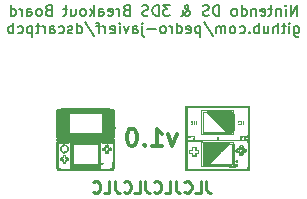
<source format=gbo>
G04 #@! TF.GenerationSoftware,KiCad,Pcbnew,(5.1.5)-3*
G04 #@! TF.CreationDate,2021-01-12T18:04:03+01:00*
G04 #@! TF.ProjectId,ndsbreakoutboard,6e647362-7265-4616-9b6f-7574626f6172,1.0*
G04 #@! TF.SameCoordinates,Original*
G04 #@! TF.FileFunction,Legend,Bot*
G04 #@! TF.FilePolarity,Positive*
%FSLAX46Y46*%
G04 Gerber Fmt 4.6, Leading zero omitted, Abs format (unit mm)*
G04 Created by KiCad (PCBNEW (5.1.5)-3) date 2021-01-12 18:04:03*
%MOMM*%
%LPD*%
G04 APERTURE LIST*
%ADD10C,0.250000*%
%ADD11C,0.150000*%
%ADD12C,0.300000*%
%ADD13C,0.010000*%
%ADD14C,0.025000*%
G04 APERTURE END LIST*
D10*
X102510647Y-89571580D02*
X102510647Y-90285866D01*
X102558266Y-90428723D01*
X102653504Y-90523961D01*
X102796361Y-90571580D01*
X102891600Y-90571580D01*
X101558266Y-90571580D02*
X102034457Y-90571580D01*
X102034457Y-89571580D01*
X100653504Y-90476342D02*
X100701123Y-90523961D01*
X100843980Y-90571580D01*
X100939219Y-90571580D01*
X101082076Y-90523961D01*
X101177314Y-90428723D01*
X101224933Y-90333485D01*
X101272552Y-90143009D01*
X101272552Y-90000152D01*
X101224933Y-89809676D01*
X101177314Y-89714438D01*
X101082076Y-89619200D01*
X100939219Y-89571580D01*
X100843980Y-89571580D01*
X100701123Y-89619200D01*
X100653504Y-89666819D01*
X99939219Y-89571580D02*
X99939219Y-90285866D01*
X99986838Y-90428723D01*
X100082076Y-90523961D01*
X100224933Y-90571580D01*
X100320171Y-90571580D01*
X98986838Y-90571580D02*
X99463028Y-90571580D01*
X99463028Y-89571580D01*
X98082076Y-90476342D02*
X98129695Y-90523961D01*
X98272552Y-90571580D01*
X98367790Y-90571580D01*
X98510647Y-90523961D01*
X98605885Y-90428723D01*
X98653504Y-90333485D01*
X98701123Y-90143009D01*
X98701123Y-90000152D01*
X98653504Y-89809676D01*
X98605885Y-89714438D01*
X98510647Y-89619200D01*
X98367790Y-89571580D01*
X98272552Y-89571580D01*
X98129695Y-89619200D01*
X98082076Y-89666819D01*
X97367790Y-89571580D02*
X97367790Y-90285866D01*
X97415409Y-90428723D01*
X97510647Y-90523961D01*
X97653504Y-90571580D01*
X97748742Y-90571580D01*
X96415409Y-90571580D02*
X96891600Y-90571580D01*
X96891600Y-89571580D01*
X95510647Y-90476342D02*
X95558266Y-90523961D01*
X95701123Y-90571580D01*
X95796361Y-90571580D01*
X95939219Y-90523961D01*
X96034457Y-90428723D01*
X96082076Y-90333485D01*
X96129695Y-90143009D01*
X96129695Y-90000152D01*
X96082076Y-89809676D01*
X96034457Y-89714438D01*
X95939219Y-89619200D01*
X95796361Y-89571580D01*
X95701123Y-89571580D01*
X95558266Y-89619200D01*
X95510647Y-89666819D01*
X94796361Y-89571580D02*
X94796361Y-90285866D01*
X94843980Y-90428723D01*
X94939219Y-90523961D01*
X95082076Y-90571580D01*
X95177314Y-90571580D01*
X93843980Y-90571580D02*
X94320171Y-90571580D01*
X94320171Y-89571580D01*
X92939219Y-90476342D02*
X92986838Y-90523961D01*
X93129695Y-90571580D01*
X93224933Y-90571580D01*
X93367790Y-90523961D01*
X93463028Y-90428723D01*
X93510647Y-90333485D01*
X93558266Y-90143009D01*
X93558266Y-90000152D01*
X93510647Y-89809676D01*
X93463028Y-89714438D01*
X93367790Y-89619200D01*
X93224933Y-89571580D01*
X93129695Y-89571580D01*
X92986838Y-89619200D01*
X92939219Y-89666819D01*
D11*
X110176542Y-75577742D02*
X110176542Y-74677742D01*
X109662257Y-75577742D01*
X109662257Y-74677742D01*
X109233685Y-75577742D02*
X109233685Y-74977742D01*
X109233685Y-74677742D02*
X109276542Y-74720600D01*
X109233685Y-74763457D01*
X109190828Y-74720600D01*
X109233685Y-74677742D01*
X109233685Y-74763457D01*
X108805114Y-74977742D02*
X108805114Y-75577742D01*
X108805114Y-75063457D02*
X108762257Y-75020600D01*
X108676542Y-74977742D01*
X108547971Y-74977742D01*
X108462257Y-75020600D01*
X108419400Y-75106314D01*
X108419400Y-75577742D01*
X108119400Y-74977742D02*
X107776542Y-74977742D01*
X107990828Y-74677742D02*
X107990828Y-75449171D01*
X107947971Y-75534885D01*
X107862257Y-75577742D01*
X107776542Y-75577742D01*
X107133685Y-75534885D02*
X107219400Y-75577742D01*
X107390828Y-75577742D01*
X107476542Y-75534885D01*
X107519400Y-75449171D01*
X107519400Y-75106314D01*
X107476542Y-75020600D01*
X107390828Y-74977742D01*
X107219400Y-74977742D01*
X107133685Y-75020600D01*
X107090828Y-75106314D01*
X107090828Y-75192028D01*
X107519400Y-75277742D01*
X106705114Y-74977742D02*
X106705114Y-75577742D01*
X106705114Y-75063457D02*
X106662257Y-75020600D01*
X106576542Y-74977742D01*
X106447971Y-74977742D01*
X106362257Y-75020600D01*
X106319400Y-75106314D01*
X106319400Y-75577742D01*
X105505114Y-75577742D02*
X105505114Y-74677742D01*
X105505114Y-75534885D02*
X105590828Y-75577742D01*
X105762257Y-75577742D01*
X105847971Y-75534885D01*
X105890828Y-75492028D01*
X105933685Y-75406314D01*
X105933685Y-75149171D01*
X105890828Y-75063457D01*
X105847971Y-75020600D01*
X105762257Y-74977742D01*
X105590828Y-74977742D01*
X105505114Y-75020600D01*
X104947971Y-75577742D02*
X105033685Y-75534885D01*
X105076542Y-75492028D01*
X105119400Y-75406314D01*
X105119400Y-75149171D01*
X105076542Y-75063457D01*
X105033685Y-75020600D01*
X104947971Y-74977742D01*
X104819400Y-74977742D01*
X104733685Y-75020600D01*
X104690828Y-75063457D01*
X104647971Y-75149171D01*
X104647971Y-75406314D01*
X104690828Y-75492028D01*
X104733685Y-75534885D01*
X104819400Y-75577742D01*
X104947971Y-75577742D01*
X103576542Y-75577742D02*
X103576542Y-74677742D01*
X103362257Y-74677742D01*
X103233685Y-74720600D01*
X103147971Y-74806314D01*
X103105114Y-74892028D01*
X103062257Y-75063457D01*
X103062257Y-75192028D01*
X103105114Y-75363457D01*
X103147971Y-75449171D01*
X103233685Y-75534885D01*
X103362257Y-75577742D01*
X103576542Y-75577742D01*
X102719400Y-75534885D02*
X102590828Y-75577742D01*
X102376542Y-75577742D01*
X102290828Y-75534885D01*
X102247971Y-75492028D01*
X102205114Y-75406314D01*
X102205114Y-75320600D01*
X102247971Y-75234885D01*
X102290828Y-75192028D01*
X102376542Y-75149171D01*
X102547971Y-75106314D01*
X102633685Y-75063457D01*
X102676542Y-75020600D01*
X102719400Y-74934885D01*
X102719400Y-74849171D01*
X102676542Y-74763457D01*
X102633685Y-74720600D01*
X102547971Y-74677742D01*
X102333685Y-74677742D01*
X102205114Y-74720600D01*
X100405114Y-75577742D02*
X100447971Y-75577742D01*
X100533685Y-75534885D01*
X100662257Y-75406314D01*
X100876542Y-75149171D01*
X100962257Y-75020600D01*
X101005114Y-74892028D01*
X101005114Y-74806314D01*
X100962257Y-74720600D01*
X100876542Y-74677742D01*
X100833685Y-74677742D01*
X100747971Y-74720600D01*
X100705114Y-74806314D01*
X100705114Y-74849171D01*
X100747971Y-74934885D01*
X100790828Y-74977742D01*
X101047971Y-75149171D01*
X101090828Y-75192028D01*
X101133685Y-75277742D01*
X101133685Y-75406314D01*
X101090828Y-75492028D01*
X101047971Y-75534885D01*
X100962257Y-75577742D01*
X100833685Y-75577742D01*
X100747971Y-75534885D01*
X100705114Y-75492028D01*
X100576542Y-75320600D01*
X100533685Y-75192028D01*
X100533685Y-75106314D01*
X99419400Y-74677742D02*
X98862257Y-74677742D01*
X99162257Y-75020600D01*
X99033685Y-75020600D01*
X98947971Y-75063457D01*
X98905114Y-75106314D01*
X98862257Y-75192028D01*
X98862257Y-75406314D01*
X98905114Y-75492028D01*
X98947971Y-75534885D01*
X99033685Y-75577742D01*
X99290828Y-75577742D01*
X99376542Y-75534885D01*
X99419400Y-75492028D01*
X98476542Y-75577742D02*
X98476542Y-74677742D01*
X98262257Y-74677742D01*
X98133685Y-74720600D01*
X98047971Y-74806314D01*
X98005114Y-74892028D01*
X97962257Y-75063457D01*
X97962257Y-75192028D01*
X98005114Y-75363457D01*
X98047971Y-75449171D01*
X98133685Y-75534885D01*
X98262257Y-75577742D01*
X98476542Y-75577742D01*
X97619400Y-75534885D02*
X97490828Y-75577742D01*
X97276542Y-75577742D01*
X97190828Y-75534885D01*
X97147971Y-75492028D01*
X97105114Y-75406314D01*
X97105114Y-75320600D01*
X97147971Y-75234885D01*
X97190828Y-75192028D01*
X97276542Y-75149171D01*
X97447971Y-75106314D01*
X97533685Y-75063457D01*
X97576542Y-75020600D01*
X97619400Y-74934885D01*
X97619400Y-74849171D01*
X97576542Y-74763457D01*
X97533685Y-74720600D01*
X97447971Y-74677742D01*
X97233685Y-74677742D01*
X97105114Y-74720600D01*
X95733685Y-75106314D02*
X95605114Y-75149171D01*
X95562257Y-75192028D01*
X95519400Y-75277742D01*
X95519400Y-75406314D01*
X95562257Y-75492028D01*
X95605114Y-75534885D01*
X95690828Y-75577742D01*
X96033685Y-75577742D01*
X96033685Y-74677742D01*
X95733685Y-74677742D01*
X95647971Y-74720600D01*
X95605114Y-74763457D01*
X95562257Y-74849171D01*
X95562257Y-74934885D01*
X95605114Y-75020600D01*
X95647971Y-75063457D01*
X95733685Y-75106314D01*
X96033685Y-75106314D01*
X95133685Y-75577742D02*
X95133685Y-74977742D01*
X95133685Y-75149171D02*
X95090828Y-75063457D01*
X95047971Y-75020600D01*
X94962257Y-74977742D01*
X94876542Y-74977742D01*
X94233685Y-75534885D02*
X94319400Y-75577742D01*
X94490828Y-75577742D01*
X94576542Y-75534885D01*
X94619400Y-75449171D01*
X94619400Y-75106314D01*
X94576542Y-75020600D01*
X94490828Y-74977742D01*
X94319400Y-74977742D01*
X94233685Y-75020600D01*
X94190828Y-75106314D01*
X94190828Y-75192028D01*
X94619400Y-75277742D01*
X93419400Y-75577742D02*
X93419400Y-75106314D01*
X93462257Y-75020600D01*
X93547971Y-74977742D01*
X93719400Y-74977742D01*
X93805114Y-75020600D01*
X93419400Y-75534885D02*
X93505114Y-75577742D01*
X93719400Y-75577742D01*
X93805114Y-75534885D01*
X93847971Y-75449171D01*
X93847971Y-75363457D01*
X93805114Y-75277742D01*
X93719400Y-75234885D01*
X93505114Y-75234885D01*
X93419400Y-75192028D01*
X92990828Y-75577742D02*
X92990828Y-74677742D01*
X92905114Y-75234885D02*
X92647971Y-75577742D01*
X92647971Y-74977742D02*
X92990828Y-75320600D01*
X92133685Y-75577742D02*
X92219400Y-75534885D01*
X92262257Y-75492028D01*
X92305114Y-75406314D01*
X92305114Y-75149171D01*
X92262257Y-75063457D01*
X92219400Y-75020600D01*
X92133685Y-74977742D01*
X92005114Y-74977742D01*
X91919400Y-75020600D01*
X91876542Y-75063457D01*
X91833685Y-75149171D01*
X91833685Y-75406314D01*
X91876542Y-75492028D01*
X91919400Y-75534885D01*
X92005114Y-75577742D01*
X92133685Y-75577742D01*
X91062257Y-74977742D02*
X91062257Y-75577742D01*
X91447971Y-74977742D02*
X91447971Y-75449171D01*
X91405114Y-75534885D01*
X91319400Y-75577742D01*
X91190828Y-75577742D01*
X91105114Y-75534885D01*
X91062257Y-75492028D01*
X90762257Y-74977742D02*
X90419400Y-74977742D01*
X90633685Y-74677742D02*
X90633685Y-75449171D01*
X90590828Y-75534885D01*
X90505114Y-75577742D01*
X90419400Y-75577742D01*
X89133685Y-75106314D02*
X89005114Y-75149171D01*
X88962257Y-75192028D01*
X88919400Y-75277742D01*
X88919400Y-75406314D01*
X88962257Y-75492028D01*
X89005114Y-75534885D01*
X89090828Y-75577742D01*
X89433685Y-75577742D01*
X89433685Y-74677742D01*
X89133685Y-74677742D01*
X89047971Y-74720600D01*
X89005114Y-74763457D01*
X88962257Y-74849171D01*
X88962257Y-74934885D01*
X89005114Y-75020600D01*
X89047971Y-75063457D01*
X89133685Y-75106314D01*
X89433685Y-75106314D01*
X88405114Y-75577742D02*
X88490828Y-75534885D01*
X88533685Y-75492028D01*
X88576542Y-75406314D01*
X88576542Y-75149171D01*
X88533685Y-75063457D01*
X88490828Y-75020600D01*
X88405114Y-74977742D01*
X88276542Y-74977742D01*
X88190828Y-75020600D01*
X88147971Y-75063457D01*
X88105114Y-75149171D01*
X88105114Y-75406314D01*
X88147971Y-75492028D01*
X88190828Y-75534885D01*
X88276542Y-75577742D01*
X88405114Y-75577742D01*
X87333685Y-75577742D02*
X87333685Y-75106314D01*
X87376542Y-75020600D01*
X87462257Y-74977742D01*
X87633685Y-74977742D01*
X87719400Y-75020600D01*
X87333685Y-75534885D02*
X87419400Y-75577742D01*
X87633685Y-75577742D01*
X87719400Y-75534885D01*
X87762257Y-75449171D01*
X87762257Y-75363457D01*
X87719400Y-75277742D01*
X87633685Y-75234885D01*
X87419400Y-75234885D01*
X87333685Y-75192028D01*
X86905114Y-75577742D02*
X86905114Y-74977742D01*
X86905114Y-75149171D02*
X86862257Y-75063457D01*
X86819400Y-75020600D01*
X86733685Y-74977742D01*
X86647971Y-74977742D01*
X85962257Y-75577742D02*
X85962257Y-74677742D01*
X85962257Y-75534885D02*
X86047971Y-75577742D01*
X86219400Y-75577742D01*
X86305114Y-75534885D01*
X86347971Y-75492028D01*
X86390828Y-75406314D01*
X86390828Y-75149171D01*
X86347971Y-75063457D01*
X86305114Y-75020600D01*
X86219400Y-74977742D01*
X86047971Y-74977742D01*
X85962257Y-75020600D01*
X109962257Y-76477742D02*
X109962257Y-77206314D01*
X110005114Y-77292028D01*
X110047971Y-77334885D01*
X110133685Y-77377742D01*
X110262257Y-77377742D01*
X110347971Y-77334885D01*
X109962257Y-77034885D02*
X110047971Y-77077742D01*
X110219400Y-77077742D01*
X110305114Y-77034885D01*
X110347971Y-76992028D01*
X110390828Y-76906314D01*
X110390828Y-76649171D01*
X110347971Y-76563457D01*
X110305114Y-76520600D01*
X110219400Y-76477742D01*
X110047971Y-76477742D01*
X109962257Y-76520600D01*
X109533685Y-77077742D02*
X109533685Y-76477742D01*
X109533685Y-76177742D02*
X109576542Y-76220600D01*
X109533685Y-76263457D01*
X109490828Y-76220600D01*
X109533685Y-76177742D01*
X109533685Y-76263457D01*
X109233685Y-76477742D02*
X108890828Y-76477742D01*
X109105114Y-76177742D02*
X109105114Y-76949171D01*
X109062257Y-77034885D01*
X108976542Y-77077742D01*
X108890828Y-77077742D01*
X108590828Y-77077742D02*
X108590828Y-76177742D01*
X108205114Y-77077742D02*
X108205114Y-76606314D01*
X108247971Y-76520600D01*
X108333685Y-76477742D01*
X108462257Y-76477742D01*
X108547971Y-76520600D01*
X108590828Y-76563457D01*
X107390828Y-76477742D02*
X107390828Y-77077742D01*
X107776542Y-76477742D02*
X107776542Y-76949171D01*
X107733685Y-77034885D01*
X107647971Y-77077742D01*
X107519400Y-77077742D01*
X107433685Y-77034885D01*
X107390828Y-76992028D01*
X106962257Y-77077742D02*
X106962257Y-76177742D01*
X106962257Y-76520600D02*
X106876542Y-76477742D01*
X106705114Y-76477742D01*
X106619400Y-76520600D01*
X106576542Y-76563457D01*
X106533685Y-76649171D01*
X106533685Y-76906314D01*
X106576542Y-76992028D01*
X106619400Y-77034885D01*
X106705114Y-77077742D01*
X106876542Y-77077742D01*
X106962257Y-77034885D01*
X106147971Y-76992028D02*
X106105114Y-77034885D01*
X106147971Y-77077742D01*
X106190828Y-77034885D01*
X106147971Y-76992028D01*
X106147971Y-77077742D01*
X105333685Y-77034885D02*
X105419400Y-77077742D01*
X105590828Y-77077742D01*
X105676542Y-77034885D01*
X105719400Y-76992028D01*
X105762257Y-76906314D01*
X105762257Y-76649171D01*
X105719400Y-76563457D01*
X105676542Y-76520600D01*
X105590828Y-76477742D01*
X105419400Y-76477742D01*
X105333685Y-76520600D01*
X104819400Y-77077742D02*
X104905114Y-77034885D01*
X104947971Y-76992028D01*
X104990828Y-76906314D01*
X104990828Y-76649171D01*
X104947971Y-76563457D01*
X104905114Y-76520600D01*
X104819400Y-76477742D01*
X104690828Y-76477742D01*
X104605114Y-76520600D01*
X104562257Y-76563457D01*
X104519400Y-76649171D01*
X104519400Y-76906314D01*
X104562257Y-76992028D01*
X104605114Y-77034885D01*
X104690828Y-77077742D01*
X104819400Y-77077742D01*
X104133685Y-77077742D02*
X104133685Y-76477742D01*
X104133685Y-76563457D02*
X104090828Y-76520600D01*
X104005114Y-76477742D01*
X103876542Y-76477742D01*
X103790828Y-76520600D01*
X103747971Y-76606314D01*
X103747971Y-77077742D01*
X103747971Y-76606314D02*
X103705114Y-76520600D01*
X103619400Y-76477742D01*
X103490828Y-76477742D01*
X103405114Y-76520600D01*
X103362257Y-76606314D01*
X103362257Y-77077742D01*
X102290828Y-76134885D02*
X103062257Y-77292028D01*
X101990828Y-76477742D02*
X101990828Y-77377742D01*
X101990828Y-76520600D02*
X101905114Y-76477742D01*
X101733685Y-76477742D01*
X101647971Y-76520600D01*
X101605114Y-76563457D01*
X101562257Y-76649171D01*
X101562257Y-76906314D01*
X101605114Y-76992028D01*
X101647971Y-77034885D01*
X101733685Y-77077742D01*
X101905114Y-77077742D01*
X101990828Y-77034885D01*
X100833685Y-77034885D02*
X100919400Y-77077742D01*
X101090828Y-77077742D01*
X101176542Y-77034885D01*
X101219400Y-76949171D01*
X101219400Y-76606314D01*
X101176542Y-76520600D01*
X101090828Y-76477742D01*
X100919400Y-76477742D01*
X100833685Y-76520600D01*
X100790828Y-76606314D01*
X100790828Y-76692028D01*
X101219400Y-76777742D01*
X100019400Y-77077742D02*
X100019400Y-76177742D01*
X100019400Y-77034885D02*
X100105114Y-77077742D01*
X100276542Y-77077742D01*
X100362257Y-77034885D01*
X100405114Y-76992028D01*
X100447971Y-76906314D01*
X100447971Y-76649171D01*
X100405114Y-76563457D01*
X100362257Y-76520600D01*
X100276542Y-76477742D01*
X100105114Y-76477742D01*
X100019400Y-76520600D01*
X99590828Y-77077742D02*
X99590828Y-76477742D01*
X99590828Y-76649171D02*
X99547971Y-76563457D01*
X99505114Y-76520600D01*
X99419400Y-76477742D01*
X99333685Y-76477742D01*
X98905114Y-77077742D02*
X98990828Y-77034885D01*
X99033685Y-76992028D01*
X99076542Y-76906314D01*
X99076542Y-76649171D01*
X99033685Y-76563457D01*
X98990828Y-76520600D01*
X98905114Y-76477742D01*
X98776542Y-76477742D01*
X98690828Y-76520600D01*
X98647971Y-76563457D01*
X98605114Y-76649171D01*
X98605114Y-76906314D01*
X98647971Y-76992028D01*
X98690828Y-77034885D01*
X98776542Y-77077742D01*
X98905114Y-77077742D01*
X98219400Y-76734885D02*
X97533685Y-76734885D01*
X97105114Y-76477742D02*
X97105114Y-77249171D01*
X97147971Y-77334885D01*
X97233685Y-77377742D01*
X97276542Y-77377742D01*
X97105114Y-76177742D02*
X97147971Y-76220600D01*
X97105114Y-76263457D01*
X97062257Y-76220600D01*
X97105114Y-76177742D01*
X97105114Y-76263457D01*
X96290828Y-77077742D02*
X96290828Y-76606314D01*
X96333685Y-76520600D01*
X96419400Y-76477742D01*
X96590828Y-76477742D01*
X96676542Y-76520600D01*
X96290828Y-77034885D02*
X96376542Y-77077742D01*
X96590828Y-77077742D01*
X96676542Y-77034885D01*
X96719400Y-76949171D01*
X96719400Y-76863457D01*
X96676542Y-76777742D01*
X96590828Y-76734885D01*
X96376542Y-76734885D01*
X96290828Y-76692028D01*
X95947971Y-76477742D02*
X95733685Y-77077742D01*
X95519400Y-76477742D01*
X95176542Y-77077742D02*
X95176542Y-76477742D01*
X95176542Y-76177742D02*
X95219400Y-76220600D01*
X95176542Y-76263457D01*
X95133685Y-76220600D01*
X95176542Y-76177742D01*
X95176542Y-76263457D01*
X94405114Y-77034885D02*
X94490828Y-77077742D01*
X94662257Y-77077742D01*
X94747971Y-77034885D01*
X94790828Y-76949171D01*
X94790828Y-76606314D01*
X94747971Y-76520600D01*
X94662257Y-76477742D01*
X94490828Y-76477742D01*
X94405114Y-76520600D01*
X94362257Y-76606314D01*
X94362257Y-76692028D01*
X94790828Y-76777742D01*
X93976542Y-77077742D02*
X93976542Y-76477742D01*
X93976542Y-76649171D02*
X93933685Y-76563457D01*
X93890828Y-76520600D01*
X93805114Y-76477742D01*
X93719400Y-76477742D01*
X93547971Y-76477742D02*
X93205114Y-76477742D01*
X93419400Y-77077742D02*
X93419400Y-76306314D01*
X93376542Y-76220600D01*
X93290828Y-76177742D01*
X93205114Y-76177742D01*
X92262257Y-76134885D02*
X93033685Y-77292028D01*
X91576542Y-77077742D02*
X91576542Y-76177742D01*
X91576542Y-77034885D02*
X91662257Y-77077742D01*
X91833685Y-77077742D01*
X91919400Y-77034885D01*
X91962257Y-76992028D01*
X92005114Y-76906314D01*
X92005114Y-76649171D01*
X91962257Y-76563457D01*
X91919400Y-76520600D01*
X91833685Y-76477742D01*
X91662257Y-76477742D01*
X91576542Y-76520600D01*
X91190828Y-77034885D02*
X91105114Y-77077742D01*
X90933685Y-77077742D01*
X90847971Y-77034885D01*
X90805114Y-76949171D01*
X90805114Y-76906314D01*
X90847971Y-76820600D01*
X90933685Y-76777742D01*
X91062257Y-76777742D01*
X91147971Y-76734885D01*
X91190828Y-76649171D01*
X91190828Y-76606314D01*
X91147971Y-76520600D01*
X91062257Y-76477742D01*
X90933685Y-76477742D01*
X90847971Y-76520600D01*
X90033685Y-77034885D02*
X90119400Y-77077742D01*
X90290828Y-77077742D01*
X90376542Y-77034885D01*
X90419400Y-76992028D01*
X90462257Y-76906314D01*
X90462257Y-76649171D01*
X90419400Y-76563457D01*
X90376542Y-76520600D01*
X90290828Y-76477742D01*
X90119400Y-76477742D01*
X90033685Y-76520600D01*
X89262257Y-77077742D02*
X89262257Y-76606314D01*
X89305114Y-76520600D01*
X89390828Y-76477742D01*
X89562257Y-76477742D01*
X89647971Y-76520600D01*
X89262257Y-77034885D02*
X89347971Y-77077742D01*
X89562257Y-77077742D01*
X89647971Y-77034885D01*
X89690828Y-76949171D01*
X89690828Y-76863457D01*
X89647971Y-76777742D01*
X89562257Y-76734885D01*
X89347971Y-76734885D01*
X89262257Y-76692028D01*
X88833685Y-77077742D02*
X88833685Y-76477742D01*
X88833685Y-76649171D02*
X88790828Y-76563457D01*
X88747971Y-76520600D01*
X88662257Y-76477742D01*
X88576542Y-76477742D01*
X88405114Y-76477742D02*
X88062257Y-76477742D01*
X88276542Y-76177742D02*
X88276542Y-76949171D01*
X88233685Y-77034885D01*
X88147971Y-77077742D01*
X88062257Y-77077742D01*
X87762257Y-76477742D02*
X87762257Y-77377742D01*
X87762257Y-76520600D02*
X87676542Y-76477742D01*
X87505114Y-76477742D01*
X87419400Y-76520600D01*
X87376542Y-76563457D01*
X87333685Y-76649171D01*
X87333685Y-76906314D01*
X87376542Y-76992028D01*
X87419400Y-77034885D01*
X87505114Y-77077742D01*
X87676542Y-77077742D01*
X87762257Y-77034885D01*
X86562257Y-77034885D02*
X86647971Y-77077742D01*
X86819400Y-77077742D01*
X86905114Y-77034885D01*
X86947971Y-76992028D01*
X86990828Y-76906314D01*
X86990828Y-76649171D01*
X86947971Y-76563457D01*
X86905114Y-76520600D01*
X86819400Y-76477742D01*
X86647971Y-76477742D01*
X86562257Y-76520600D01*
X86176542Y-77077742D02*
X86176542Y-76177742D01*
X86176542Y-76520600D02*
X86090828Y-76477742D01*
X85919400Y-76477742D01*
X85833685Y-76520600D01*
X85790828Y-76563457D01*
X85747971Y-76649171D01*
X85747971Y-76906314D01*
X85790828Y-76992028D01*
X85833685Y-77034885D01*
X85919400Y-77077742D01*
X86090828Y-77077742D01*
X86176542Y-77034885D01*
D12*
X100009057Y-85632171D02*
X99651914Y-86632171D01*
X99294771Y-85632171D01*
X97937628Y-86632171D02*
X98794771Y-86632171D01*
X98366200Y-86632171D02*
X98366200Y-85132171D01*
X98509057Y-85346457D01*
X98651914Y-85489314D01*
X98794771Y-85560742D01*
X97294771Y-86489314D02*
X97223342Y-86560742D01*
X97294771Y-86632171D01*
X97366200Y-86560742D01*
X97294771Y-86489314D01*
X97294771Y-86632171D01*
X96294771Y-85132171D02*
X96151914Y-85132171D01*
X96009057Y-85203600D01*
X95937628Y-85275028D01*
X95866200Y-85417885D01*
X95794771Y-85703600D01*
X95794771Y-86060742D01*
X95866200Y-86346457D01*
X95937628Y-86489314D01*
X96009057Y-86560742D01*
X96151914Y-86632171D01*
X96294771Y-86632171D01*
X96437628Y-86560742D01*
X96509057Y-86489314D01*
X96580485Y-86346457D01*
X96651914Y-86060742D01*
X96651914Y-85703600D01*
X96580485Y-85417885D01*
X96509057Y-85275028D01*
X96437628Y-85203600D01*
X96294771Y-85132171D01*
D13*
G36*
X106163533Y-88662933D02*
G01*
X100744867Y-88662933D01*
X100744867Y-86058166D01*
X100871866Y-86058166D01*
X100871867Y-87275883D01*
X100871903Y-87533542D01*
X100872088Y-87752203D01*
X100872532Y-87935202D01*
X100873348Y-88085876D01*
X100874649Y-88207558D01*
X100876545Y-88303586D01*
X100879150Y-88377295D01*
X100882575Y-88432021D01*
X100886933Y-88471098D01*
X100892334Y-88497864D01*
X100898893Y-88515654D01*
X100906720Y-88527803D01*
X100914200Y-88535933D01*
X100921233Y-88542345D01*
X100930330Y-88548074D01*
X100943785Y-88553159D01*
X100963892Y-88557639D01*
X100992942Y-88561551D01*
X101033230Y-88564935D01*
X101087050Y-88567828D01*
X101156694Y-88570269D01*
X101244456Y-88572297D01*
X101352629Y-88573949D01*
X101483507Y-88575265D01*
X101639383Y-88576282D01*
X101822550Y-88577038D01*
X102035302Y-88577573D01*
X102279932Y-88577925D01*
X102558733Y-88578132D01*
X102874000Y-88578232D01*
X103228025Y-88578264D01*
X103443617Y-88578267D01*
X103820301Y-88578256D01*
X104156946Y-88578199D01*
X104455844Y-88578056D01*
X104719290Y-88577790D01*
X104949575Y-88577362D01*
X105148994Y-88576734D01*
X105319839Y-88575867D01*
X105464405Y-88574723D01*
X105584985Y-88573264D01*
X105683871Y-88571451D01*
X105763358Y-88569246D01*
X105825739Y-88566610D01*
X105873307Y-88563505D01*
X105908355Y-88559893D01*
X105933177Y-88555735D01*
X105950067Y-88550993D01*
X105961317Y-88545628D01*
X105969221Y-88539603D01*
X105973033Y-88535933D01*
X105982028Y-88525879D01*
X105989649Y-88512920D01*
X105996011Y-88493702D01*
X106001228Y-88464876D01*
X106005412Y-88423087D01*
X106008678Y-88364983D01*
X106011138Y-88287213D01*
X106012908Y-88186424D01*
X106014100Y-88059265D01*
X106014828Y-87902381D01*
X106015206Y-87712423D01*
X106015348Y-87486036D01*
X106015367Y-87287100D01*
X106015078Y-87065492D01*
X106014248Y-86857045D01*
X106012930Y-86665512D01*
X106011175Y-86494646D01*
X106009037Y-86348202D01*
X106006568Y-86229933D01*
X106003821Y-86143591D01*
X106000849Y-86092931D01*
X105998433Y-86080600D01*
X105970496Y-86093874D01*
X105955048Y-86107058D01*
X105942563Y-86111277D01*
X105912677Y-86115108D01*
X105863489Y-86118579D01*
X105793097Y-86121714D01*
X105699598Y-86124538D01*
X105581089Y-86127077D01*
X105435670Y-86129357D01*
X105261436Y-86131401D01*
X105056488Y-86133237D01*
X104818921Y-86134888D01*
X104546835Y-86136382D01*
X104238326Y-86137741D01*
X103891493Y-86138994D01*
X103504433Y-86140163D01*
X103460345Y-86140285D01*
X100992094Y-86147054D01*
X100871866Y-86058166D01*
X100744867Y-86058166D01*
X100744867Y-85986595D01*
X100879977Y-85986595D01*
X100907650Y-86032785D01*
X100922512Y-86048503D01*
X100948685Y-86072638D01*
X100975406Y-86088098D01*
X101012006Y-86096492D01*
X101067816Y-86099428D01*
X101152166Y-86098513D01*
X101204998Y-86097193D01*
X101432783Y-86091183D01*
X101445301Y-85805433D01*
X101213845Y-85805433D01*
X101091711Y-85807992D01*
X101004847Y-85817471D01*
X100946397Y-85836576D01*
X100909508Y-85868011D01*
X100887327Y-85914481D01*
X100881325Y-85936660D01*
X100879977Y-85986595D01*
X100744867Y-85986595D01*
X100744867Y-84322239D01*
X100849355Y-84322239D01*
X100849442Y-84516383D01*
X100850120Y-84710813D01*
X100851381Y-84900859D01*
X100853215Y-85081848D01*
X100855612Y-85249111D01*
X100858563Y-85397975D01*
X100862057Y-85523770D01*
X100866085Y-85621823D01*
X100870638Y-85687464D01*
X100875705Y-85716022D01*
X100876100Y-85716533D01*
X100908403Y-85728490D01*
X100978535Y-85736603D01*
X101088093Y-85740998D01*
X101193600Y-85741933D01*
X101485700Y-85741933D01*
X101485989Y-85874225D01*
X101488157Y-85952821D01*
X101493474Y-86020291D01*
X101499041Y-86054142D01*
X101511804Y-86101767D01*
X105401533Y-86101767D01*
X105405413Y-86011808D01*
X105408389Y-85929264D01*
X105409350Y-85892180D01*
X105442745Y-85892180D01*
X105451593Y-85962980D01*
X105457450Y-86004461D01*
X105471034Y-86103564D01*
X105610908Y-86097374D01*
X105750783Y-86091183D01*
X105761367Y-85974767D01*
X105770593Y-85911941D01*
X105783347Y-85871449D01*
X105793117Y-85862606D01*
X105807819Y-85884096D01*
X105823638Y-85935119D01*
X105833584Y-85984314D01*
X105848053Y-86054121D01*
X105864919Y-86090338D01*
X105888495Y-86101666D01*
X105891792Y-86101767D01*
X105945068Y-86082932D01*
X105989546Y-86035592D01*
X106013764Y-85973488D01*
X106015367Y-85953600D01*
X106001013Y-85891449D01*
X105973033Y-85847767D01*
X105950013Y-85829237D01*
X105919466Y-85817002D01*
X105872865Y-85809799D01*
X105801686Y-85806365D01*
X105697403Y-85805437D01*
X105687283Y-85805433D01*
X105578937Y-85805277D01*
X105506590Y-85808436D01*
X105463963Y-85820346D01*
X105444774Y-85846448D01*
X105442745Y-85892180D01*
X105409350Y-85892180D01*
X105410543Y-85846151D01*
X105410705Y-85837183D01*
X105411410Y-85794867D01*
X105932944Y-85794867D01*
X105957158Y-85811411D01*
X105993859Y-85807929D01*
X106027278Y-85784553D01*
X106036533Y-85763443D01*
X106018879Y-85755182D01*
X105983617Y-85757919D01*
X105940788Y-85773987D01*
X105932944Y-85794867D01*
X105411410Y-85794867D01*
X105412117Y-85752517D01*
X105714570Y-85741933D01*
X105840426Y-85736588D01*
X105929856Y-85730258D01*
X105988766Y-85722168D01*
X106023062Y-85711544D01*
X106037498Y-85699600D01*
X106041299Y-85673005D01*
X106044676Y-85608836D01*
X106047624Y-85511850D01*
X106050142Y-85386804D01*
X106052225Y-85238455D01*
X106053870Y-85071561D01*
X106055074Y-84890878D01*
X106055833Y-84701163D01*
X106056146Y-84507175D01*
X106056114Y-84461350D01*
X106088533Y-84461350D01*
X106088666Y-84629608D01*
X106089043Y-84768242D01*
X106089636Y-84875395D01*
X106090420Y-84949214D01*
X106091368Y-84987840D01*
X106092451Y-84989419D01*
X106093644Y-84952095D01*
X106094722Y-84888557D01*
X106096430Y-84716516D01*
X106097212Y-84521757D01*
X106097069Y-84321876D01*
X106096001Y-84134473D01*
X106094712Y-84020724D01*
X106093444Y-83951616D01*
X106092263Y-83922918D01*
X106091198Y-83932708D01*
X106090274Y-83979062D01*
X106089519Y-84060057D01*
X106088960Y-84173770D01*
X106088624Y-84318278D01*
X106088533Y-84461350D01*
X106056114Y-84461350D01*
X106056007Y-84313669D01*
X106055414Y-84125403D01*
X106054363Y-83947134D01*
X106052852Y-83783619D01*
X106050876Y-83639616D01*
X106048434Y-83519881D01*
X106045521Y-83429171D01*
X106042133Y-83372244D01*
X106039116Y-83354280D01*
X106025798Y-83350369D01*
X105989862Y-83346839D01*
X105929728Y-83343674D01*
X105843810Y-83340858D01*
X105730528Y-83338376D01*
X105588298Y-83336211D01*
X105415537Y-83334348D01*
X105210663Y-83332771D01*
X104972092Y-83331464D01*
X104698242Y-83330412D01*
X104387530Y-83329598D01*
X104038374Y-83329007D01*
X103649190Y-83328623D01*
X103457771Y-83328512D01*
X103131486Y-83328462D01*
X102816889Y-83328614D01*
X102516581Y-83328956D01*
X102233161Y-83329478D01*
X101969232Y-83330166D01*
X101727395Y-83331010D01*
X101510250Y-83331998D01*
X101320399Y-83333119D01*
X101160443Y-83334362D01*
X101032983Y-83335714D01*
X100940620Y-83337164D01*
X100885955Y-83338701D01*
X100871155Y-83339956D01*
X100866153Y-83363642D01*
X100861821Y-83424985D01*
X100858149Y-83519313D01*
X100855128Y-83641955D01*
X100852748Y-83788240D01*
X100850999Y-83953496D01*
X100849871Y-84133053D01*
X100849355Y-84322239D01*
X100744867Y-84322239D01*
X100744867Y-83244267D01*
X106163533Y-83244267D01*
X106163533Y-88662933D01*
G37*
X106163533Y-88662933D02*
X100744867Y-88662933D01*
X100744867Y-86058166D01*
X100871866Y-86058166D01*
X100871867Y-87275883D01*
X100871903Y-87533542D01*
X100872088Y-87752203D01*
X100872532Y-87935202D01*
X100873348Y-88085876D01*
X100874649Y-88207558D01*
X100876545Y-88303586D01*
X100879150Y-88377295D01*
X100882575Y-88432021D01*
X100886933Y-88471098D01*
X100892334Y-88497864D01*
X100898893Y-88515654D01*
X100906720Y-88527803D01*
X100914200Y-88535933D01*
X100921233Y-88542345D01*
X100930330Y-88548074D01*
X100943785Y-88553159D01*
X100963892Y-88557639D01*
X100992942Y-88561551D01*
X101033230Y-88564935D01*
X101087050Y-88567828D01*
X101156694Y-88570269D01*
X101244456Y-88572297D01*
X101352629Y-88573949D01*
X101483507Y-88575265D01*
X101639383Y-88576282D01*
X101822550Y-88577038D01*
X102035302Y-88577573D01*
X102279932Y-88577925D01*
X102558733Y-88578132D01*
X102874000Y-88578232D01*
X103228025Y-88578264D01*
X103443617Y-88578267D01*
X103820301Y-88578256D01*
X104156946Y-88578199D01*
X104455844Y-88578056D01*
X104719290Y-88577790D01*
X104949575Y-88577362D01*
X105148994Y-88576734D01*
X105319839Y-88575867D01*
X105464405Y-88574723D01*
X105584985Y-88573264D01*
X105683871Y-88571451D01*
X105763358Y-88569246D01*
X105825739Y-88566610D01*
X105873307Y-88563505D01*
X105908355Y-88559893D01*
X105933177Y-88555735D01*
X105950067Y-88550993D01*
X105961317Y-88545628D01*
X105969221Y-88539603D01*
X105973033Y-88535933D01*
X105982028Y-88525879D01*
X105989649Y-88512920D01*
X105996011Y-88493702D01*
X106001228Y-88464876D01*
X106005412Y-88423087D01*
X106008678Y-88364983D01*
X106011138Y-88287213D01*
X106012908Y-88186424D01*
X106014100Y-88059265D01*
X106014828Y-87902381D01*
X106015206Y-87712423D01*
X106015348Y-87486036D01*
X106015367Y-87287100D01*
X106015078Y-87065492D01*
X106014248Y-86857045D01*
X106012930Y-86665512D01*
X106011175Y-86494646D01*
X106009037Y-86348202D01*
X106006568Y-86229933D01*
X106003821Y-86143591D01*
X106000849Y-86092931D01*
X105998433Y-86080600D01*
X105970496Y-86093874D01*
X105955048Y-86107058D01*
X105942563Y-86111277D01*
X105912677Y-86115108D01*
X105863489Y-86118579D01*
X105793097Y-86121714D01*
X105699598Y-86124538D01*
X105581089Y-86127077D01*
X105435670Y-86129357D01*
X105261436Y-86131401D01*
X105056488Y-86133237D01*
X104818921Y-86134888D01*
X104546835Y-86136382D01*
X104238326Y-86137741D01*
X103891493Y-86138994D01*
X103504433Y-86140163D01*
X103460345Y-86140285D01*
X100992094Y-86147054D01*
X100871866Y-86058166D01*
X100744867Y-86058166D01*
X100744867Y-85986595D01*
X100879977Y-85986595D01*
X100907650Y-86032785D01*
X100922512Y-86048503D01*
X100948685Y-86072638D01*
X100975406Y-86088098D01*
X101012006Y-86096492D01*
X101067816Y-86099428D01*
X101152166Y-86098513D01*
X101204998Y-86097193D01*
X101432783Y-86091183D01*
X101445301Y-85805433D01*
X101213845Y-85805433D01*
X101091711Y-85807992D01*
X101004847Y-85817471D01*
X100946397Y-85836576D01*
X100909508Y-85868011D01*
X100887327Y-85914481D01*
X100881325Y-85936660D01*
X100879977Y-85986595D01*
X100744867Y-85986595D01*
X100744867Y-84322239D01*
X100849355Y-84322239D01*
X100849442Y-84516383D01*
X100850120Y-84710813D01*
X100851381Y-84900859D01*
X100853215Y-85081848D01*
X100855612Y-85249111D01*
X100858563Y-85397975D01*
X100862057Y-85523770D01*
X100866085Y-85621823D01*
X100870638Y-85687464D01*
X100875705Y-85716022D01*
X100876100Y-85716533D01*
X100908403Y-85728490D01*
X100978535Y-85736603D01*
X101088093Y-85740998D01*
X101193600Y-85741933D01*
X101485700Y-85741933D01*
X101485989Y-85874225D01*
X101488157Y-85952821D01*
X101493474Y-86020291D01*
X101499041Y-86054142D01*
X101511804Y-86101767D01*
X105401533Y-86101767D01*
X105405413Y-86011808D01*
X105408389Y-85929264D01*
X105409350Y-85892180D01*
X105442745Y-85892180D01*
X105451593Y-85962980D01*
X105457450Y-86004461D01*
X105471034Y-86103564D01*
X105610908Y-86097374D01*
X105750783Y-86091183D01*
X105761367Y-85974767D01*
X105770593Y-85911941D01*
X105783347Y-85871449D01*
X105793117Y-85862606D01*
X105807819Y-85884096D01*
X105823638Y-85935119D01*
X105833584Y-85984314D01*
X105848053Y-86054121D01*
X105864919Y-86090338D01*
X105888495Y-86101666D01*
X105891792Y-86101767D01*
X105945068Y-86082932D01*
X105989546Y-86035592D01*
X106013764Y-85973488D01*
X106015367Y-85953600D01*
X106001013Y-85891449D01*
X105973033Y-85847767D01*
X105950013Y-85829237D01*
X105919466Y-85817002D01*
X105872865Y-85809799D01*
X105801686Y-85806365D01*
X105697403Y-85805437D01*
X105687283Y-85805433D01*
X105578937Y-85805277D01*
X105506590Y-85808436D01*
X105463963Y-85820346D01*
X105444774Y-85846448D01*
X105442745Y-85892180D01*
X105409350Y-85892180D01*
X105410543Y-85846151D01*
X105410705Y-85837183D01*
X105411410Y-85794867D01*
X105932944Y-85794867D01*
X105957158Y-85811411D01*
X105993859Y-85807929D01*
X106027278Y-85784553D01*
X106036533Y-85763443D01*
X106018879Y-85755182D01*
X105983617Y-85757919D01*
X105940788Y-85773987D01*
X105932944Y-85794867D01*
X105411410Y-85794867D01*
X105412117Y-85752517D01*
X105714570Y-85741933D01*
X105840426Y-85736588D01*
X105929856Y-85730258D01*
X105988766Y-85722168D01*
X106023062Y-85711544D01*
X106037498Y-85699600D01*
X106041299Y-85673005D01*
X106044676Y-85608836D01*
X106047624Y-85511850D01*
X106050142Y-85386804D01*
X106052225Y-85238455D01*
X106053870Y-85071561D01*
X106055074Y-84890878D01*
X106055833Y-84701163D01*
X106056146Y-84507175D01*
X106056114Y-84461350D01*
X106088533Y-84461350D01*
X106088666Y-84629608D01*
X106089043Y-84768242D01*
X106089636Y-84875395D01*
X106090420Y-84949214D01*
X106091368Y-84987840D01*
X106092451Y-84989419D01*
X106093644Y-84952095D01*
X106094722Y-84888557D01*
X106096430Y-84716516D01*
X106097212Y-84521757D01*
X106097069Y-84321876D01*
X106096001Y-84134473D01*
X106094712Y-84020724D01*
X106093444Y-83951616D01*
X106092263Y-83922918D01*
X106091198Y-83932708D01*
X106090274Y-83979062D01*
X106089519Y-84060057D01*
X106088960Y-84173770D01*
X106088624Y-84318278D01*
X106088533Y-84461350D01*
X106056114Y-84461350D01*
X106056007Y-84313669D01*
X106055414Y-84125403D01*
X106054363Y-83947134D01*
X106052852Y-83783619D01*
X106050876Y-83639616D01*
X106048434Y-83519881D01*
X106045521Y-83429171D01*
X106042133Y-83372244D01*
X106039116Y-83354280D01*
X106025798Y-83350369D01*
X105989862Y-83346839D01*
X105929728Y-83343674D01*
X105843810Y-83340858D01*
X105730528Y-83338376D01*
X105588298Y-83336211D01*
X105415537Y-83334348D01*
X105210663Y-83332771D01*
X104972092Y-83331464D01*
X104698242Y-83330412D01*
X104387530Y-83329598D01*
X104038374Y-83329007D01*
X103649190Y-83328623D01*
X103457771Y-83328512D01*
X103131486Y-83328462D01*
X102816889Y-83328614D01*
X102516581Y-83328956D01*
X102233161Y-83329478D01*
X101969232Y-83330166D01*
X101727395Y-83331010D01*
X101510250Y-83331998D01*
X101320399Y-83333119D01*
X101160443Y-83334362D01*
X101032983Y-83335714D01*
X100940620Y-83337164D01*
X100885955Y-83338701D01*
X100871155Y-83339956D01*
X100866153Y-83363642D01*
X100861821Y-83424985D01*
X100858149Y-83519313D01*
X100855128Y-83641955D01*
X100852748Y-83788240D01*
X100850999Y-83953496D01*
X100849871Y-84133053D01*
X100849355Y-84322239D01*
X100744867Y-84322239D01*
X100744867Y-83244267D01*
X106163533Y-83244267D01*
X106163533Y-88662933D01*
G36*
X103706591Y-86250023D02*
G01*
X103940149Y-86250341D01*
X104137548Y-86250963D01*
X104301873Y-86251966D01*
X104436212Y-86253423D01*
X104543652Y-86255410D01*
X104627279Y-86258003D01*
X104690179Y-86261277D01*
X104735439Y-86265307D01*
X104766147Y-86270169D01*
X104785388Y-86275937D01*
X104796249Y-86282688D01*
X104796771Y-86283195D01*
X104804591Y-86294930D01*
X104811101Y-86315502D01*
X104816419Y-86348506D01*
X104820659Y-86397533D01*
X104823940Y-86466177D01*
X104826377Y-86558030D01*
X104828088Y-86676687D01*
X104829187Y-86825739D01*
X104829793Y-87008780D01*
X104830021Y-87229403D01*
X104830033Y-87309114D01*
X104830248Y-87548296D01*
X104830947Y-87748100D01*
X104832208Y-87911479D01*
X104834111Y-88041386D01*
X104836737Y-88140775D01*
X104840163Y-88212598D01*
X104844470Y-88259809D01*
X104849737Y-88285360D01*
X104856045Y-88292206D01*
X104856492Y-88292075D01*
X104896049Y-88293806D01*
X104913339Y-88301709D01*
X104932689Y-88323034D01*
X104917957Y-88352068D01*
X104916039Y-88354403D01*
X104877842Y-88382848D01*
X104842173Y-88384028D01*
X104826299Y-88365979D01*
X104804313Y-88360895D01*
X104741814Y-88356525D01*
X104638545Y-88352867D01*
X104494250Y-88349916D01*
X104308672Y-88347668D01*
X104081554Y-88346119D01*
X103812640Y-88345265D01*
X103501674Y-88345103D01*
X103477696Y-88345118D01*
X103180936Y-88345081D01*
X102924658Y-88344512D01*
X102707015Y-88343379D01*
X102526160Y-88341651D01*
X102380243Y-88339297D01*
X102267419Y-88336286D01*
X102185838Y-88332586D01*
X102133653Y-88328166D01*
X102109017Y-88322996D01*
X102107361Y-88321980D01*
X102100420Y-88309715D01*
X102094632Y-88283233D01*
X102089901Y-88239209D01*
X102086133Y-88174319D01*
X102083232Y-88085236D01*
X102081104Y-87968636D01*
X102079653Y-87821193D01*
X102078858Y-87654743D01*
X102103259Y-87654743D01*
X102103280Y-87825912D01*
X102103736Y-87975850D01*
X102104607Y-88100249D01*
X102105872Y-88194802D01*
X102107511Y-88255203D01*
X102109290Y-88276801D01*
X102119468Y-88282391D01*
X102147124Y-88287111D01*
X102194882Y-88291000D01*
X102265369Y-88294102D01*
X102361211Y-88296458D01*
X102485033Y-88298108D01*
X102639461Y-88299095D01*
X102827122Y-88299460D01*
X103050641Y-88299245D01*
X103312643Y-88298490D01*
X103448305Y-88297967D01*
X104777117Y-88292517D01*
X104777117Y-86281683D01*
X102110117Y-86281683D01*
X102104601Y-87265933D01*
X102103693Y-87466647D01*
X102103259Y-87654743D01*
X102078858Y-87654743D01*
X102078785Y-87639583D01*
X102078404Y-87420480D01*
X102078367Y-87307406D01*
X102078634Y-87105746D01*
X102079401Y-86916455D01*
X102080612Y-86743863D01*
X102082213Y-86592301D01*
X102084150Y-86466102D01*
X102086369Y-86369595D01*
X102088815Y-86307113D01*
X102091214Y-86283414D01*
X102097088Y-86276566D01*
X102111086Y-86270708D01*
X102136253Y-86265766D01*
X102175638Y-86261663D01*
X102232286Y-86258324D01*
X102309245Y-86255671D01*
X102409561Y-86253630D01*
X102536282Y-86252125D01*
X102692453Y-86251079D01*
X102881123Y-86250416D01*
X103105337Y-86250061D01*
X103368143Y-86249937D01*
X103433786Y-86249933D01*
X103706591Y-86250023D01*
G37*
X103706591Y-86250023D02*
X103940149Y-86250341D01*
X104137548Y-86250963D01*
X104301873Y-86251966D01*
X104436212Y-86253423D01*
X104543652Y-86255410D01*
X104627279Y-86258003D01*
X104690179Y-86261277D01*
X104735439Y-86265307D01*
X104766147Y-86270169D01*
X104785388Y-86275937D01*
X104796249Y-86282688D01*
X104796771Y-86283195D01*
X104804591Y-86294930D01*
X104811101Y-86315502D01*
X104816419Y-86348506D01*
X104820659Y-86397533D01*
X104823940Y-86466177D01*
X104826377Y-86558030D01*
X104828088Y-86676687D01*
X104829187Y-86825739D01*
X104829793Y-87008780D01*
X104830021Y-87229403D01*
X104830033Y-87309114D01*
X104830248Y-87548296D01*
X104830947Y-87748100D01*
X104832208Y-87911479D01*
X104834111Y-88041386D01*
X104836737Y-88140775D01*
X104840163Y-88212598D01*
X104844470Y-88259809D01*
X104849737Y-88285360D01*
X104856045Y-88292206D01*
X104856492Y-88292075D01*
X104896049Y-88293806D01*
X104913339Y-88301709D01*
X104932689Y-88323034D01*
X104917957Y-88352068D01*
X104916039Y-88354403D01*
X104877842Y-88382848D01*
X104842173Y-88384028D01*
X104826299Y-88365979D01*
X104804313Y-88360895D01*
X104741814Y-88356525D01*
X104638545Y-88352867D01*
X104494250Y-88349916D01*
X104308672Y-88347668D01*
X104081554Y-88346119D01*
X103812640Y-88345265D01*
X103501674Y-88345103D01*
X103477696Y-88345118D01*
X103180936Y-88345081D01*
X102924658Y-88344512D01*
X102707015Y-88343379D01*
X102526160Y-88341651D01*
X102380243Y-88339297D01*
X102267419Y-88336286D01*
X102185838Y-88332586D01*
X102133653Y-88328166D01*
X102109017Y-88322996D01*
X102107361Y-88321980D01*
X102100420Y-88309715D01*
X102094632Y-88283233D01*
X102089901Y-88239209D01*
X102086133Y-88174319D01*
X102083232Y-88085236D01*
X102081104Y-87968636D01*
X102079653Y-87821193D01*
X102078858Y-87654743D01*
X102103259Y-87654743D01*
X102103280Y-87825912D01*
X102103736Y-87975850D01*
X102104607Y-88100249D01*
X102105872Y-88194802D01*
X102107511Y-88255203D01*
X102109290Y-88276801D01*
X102119468Y-88282391D01*
X102147124Y-88287111D01*
X102194882Y-88291000D01*
X102265369Y-88294102D01*
X102361211Y-88296458D01*
X102485033Y-88298108D01*
X102639461Y-88299095D01*
X102827122Y-88299460D01*
X103050641Y-88299245D01*
X103312643Y-88298490D01*
X103448305Y-88297967D01*
X104777117Y-88292517D01*
X104777117Y-86281683D01*
X102110117Y-86281683D01*
X102104601Y-87265933D01*
X102103693Y-87466647D01*
X102103259Y-87654743D01*
X102078858Y-87654743D01*
X102078785Y-87639583D01*
X102078404Y-87420480D01*
X102078367Y-87307406D01*
X102078634Y-87105746D01*
X102079401Y-86916455D01*
X102080612Y-86743863D01*
X102082213Y-86592301D01*
X102084150Y-86466102D01*
X102086369Y-86369595D01*
X102088815Y-86307113D01*
X102091214Y-86283414D01*
X102097088Y-86276566D01*
X102111086Y-86270708D01*
X102136253Y-86265766D01*
X102175638Y-86261663D01*
X102232286Y-86258324D01*
X102309245Y-86255671D01*
X102409561Y-86253630D01*
X102536282Y-86252125D01*
X102692453Y-86251079D01*
X102881123Y-86250416D01*
X103105337Y-86250061D01*
X103368143Y-86249937D01*
X103433786Y-86249933D01*
X103706591Y-86250023D01*
G36*
X105114379Y-88128029D02*
G01*
X105137671Y-88148313D01*
X105144252Y-88174914D01*
X105134834Y-88223924D01*
X105102439Y-88265533D01*
X105062867Y-88281933D01*
X105037193Y-88270813D01*
X105011985Y-88254289D01*
X104982935Y-88209112D01*
X104982207Y-88191975D01*
X105024353Y-88191975D01*
X105027000Y-88227245D01*
X105056539Y-88239054D01*
X105073450Y-88239600D01*
X105113892Y-88233072D01*
X105123963Y-88206458D01*
X105122547Y-88191975D01*
X105101519Y-88152154D01*
X105073450Y-88144350D01*
X105035597Y-88161643D01*
X105024353Y-88191975D01*
X104982207Y-88191975D01*
X104981481Y-88174914D01*
X104993431Y-88139422D01*
X105024493Y-88125157D01*
X105062867Y-88123183D01*
X105114379Y-88128029D01*
G37*
X105114379Y-88128029D02*
X105137671Y-88148313D01*
X105144252Y-88174914D01*
X105134834Y-88223924D01*
X105102439Y-88265533D01*
X105062867Y-88281933D01*
X105037193Y-88270813D01*
X105011985Y-88254289D01*
X104982935Y-88209112D01*
X104982207Y-88191975D01*
X105024353Y-88191975D01*
X105027000Y-88227245D01*
X105056539Y-88239054D01*
X105073450Y-88239600D01*
X105113892Y-88233072D01*
X105123963Y-88206458D01*
X105122547Y-88191975D01*
X105101519Y-88152154D01*
X105073450Y-88144350D01*
X105035597Y-88161643D01*
X105024353Y-88191975D01*
X104982207Y-88191975D01*
X104981481Y-88174914D01*
X104993431Y-88139422D01*
X105024493Y-88125157D01*
X105062867Y-88123183D01*
X105114379Y-88128029D01*
G36*
X105087801Y-87822820D02*
G01*
X105116058Y-87837661D01*
X105143907Y-87882850D01*
X105139677Y-87932556D01*
X105108773Y-87971745D01*
X105062867Y-87985600D01*
X105018422Y-87971478D01*
X105003600Y-87960200D01*
X104983030Y-87919588D01*
X104982627Y-87916828D01*
X105024057Y-87916828D01*
X105044237Y-87952245D01*
X105078677Y-87960416D01*
X105109303Y-87935222D01*
X105115783Y-87900933D01*
X105102697Y-87859558D01*
X105073228Y-87839967D01*
X105042061Y-87847785D01*
X105028788Y-87867619D01*
X105024057Y-87916828D01*
X104982627Y-87916828D01*
X104978200Y-87886520D01*
X104995779Y-87845506D01*
X105037715Y-87822359D01*
X105087801Y-87822820D01*
G37*
X105087801Y-87822820D02*
X105116058Y-87837661D01*
X105143907Y-87882850D01*
X105139677Y-87932556D01*
X105108773Y-87971745D01*
X105062867Y-87985600D01*
X105018422Y-87971478D01*
X105003600Y-87960200D01*
X104983030Y-87919588D01*
X104982627Y-87916828D01*
X105024057Y-87916828D01*
X105044237Y-87952245D01*
X105078677Y-87960416D01*
X105109303Y-87935222D01*
X105115783Y-87900933D01*
X105102697Y-87859558D01*
X105073228Y-87839967D01*
X105042061Y-87847785D01*
X105028788Y-87867619D01*
X105024057Y-87916828D01*
X104982627Y-87916828D01*
X104978200Y-87886520D01*
X104995779Y-87845506D01*
X105037715Y-87822359D01*
X105087801Y-87822820D01*
G36*
X101612700Y-86948433D02*
G01*
X101826479Y-86948433D01*
X101820131Y-87070142D01*
X101813783Y-87191850D01*
X101713242Y-87198301D01*
X101612700Y-87204753D01*
X101612700Y-87435267D01*
X101480408Y-87433595D01*
X101406454Y-87431088D01*
X101348045Y-87426262D01*
X101321658Y-87421248D01*
X101304524Y-87393510D01*
X101295848Y-87333073D01*
X101295200Y-87306503D01*
X101295200Y-87202433D01*
X101062367Y-87202433D01*
X101062367Y-86969600D01*
X101083533Y-86969600D01*
X101083533Y-87181267D01*
X101316367Y-87181267D01*
X101316367Y-87392933D01*
X101570367Y-87392933D01*
X101570367Y-87181267D01*
X101803200Y-87181267D01*
X101803200Y-86969600D01*
X101570367Y-86969600D01*
X101570367Y-86736767D01*
X101316367Y-86736767D01*
X101316367Y-86969600D01*
X101083533Y-86969600D01*
X101062367Y-86969600D01*
X101062367Y-86948433D01*
X101292988Y-86948433D01*
X101299385Y-86837308D01*
X101305783Y-86726183D01*
X101459242Y-86719964D01*
X101612700Y-86713745D01*
X101612700Y-86948433D01*
G37*
X101612700Y-86948433D02*
X101826479Y-86948433D01*
X101820131Y-87070142D01*
X101813783Y-87191850D01*
X101713242Y-87198301D01*
X101612700Y-87204753D01*
X101612700Y-87435267D01*
X101480408Y-87433595D01*
X101406454Y-87431088D01*
X101348045Y-87426262D01*
X101321658Y-87421248D01*
X101304524Y-87393510D01*
X101295848Y-87333073D01*
X101295200Y-87306503D01*
X101295200Y-87202433D01*
X101062367Y-87202433D01*
X101062367Y-86969600D01*
X101083533Y-86969600D01*
X101083533Y-87181267D01*
X101316367Y-87181267D01*
X101316367Y-87392933D01*
X101570367Y-87392933D01*
X101570367Y-87181267D01*
X101803200Y-87181267D01*
X101803200Y-86969600D01*
X101570367Y-86969600D01*
X101570367Y-86736767D01*
X101316367Y-86736767D01*
X101316367Y-86969600D01*
X101083533Y-86969600D01*
X101062367Y-86969600D01*
X101062367Y-86948433D01*
X101292988Y-86948433D01*
X101299385Y-86837308D01*
X101305783Y-86726183D01*
X101459242Y-86719964D01*
X101612700Y-86713745D01*
X101612700Y-86948433D01*
G36*
X105511398Y-87091762D02*
G01*
X105568476Y-87134243D01*
X105605112Y-87197721D01*
X105613200Y-87250698D01*
X105595541Y-87326135D01*
X105549442Y-87380532D01*
X105485221Y-87409877D01*
X105413193Y-87410162D01*
X105343676Y-87377376D01*
X105326488Y-87362145D01*
X105283219Y-87292386D01*
X105279483Y-87223293D01*
X105316867Y-87223293D01*
X105326589Y-87293093D01*
X105353908Y-87327738D01*
X105424126Y-87348579D01*
X105495147Y-87338104D01*
X105532158Y-87315569D01*
X105565344Y-87261607D01*
X105566745Y-87200048D01*
X105541204Y-87143762D01*
X105493561Y-87105617D01*
X105449778Y-87096600D01*
X105374878Y-87108808D01*
X105331782Y-87147688D01*
X105316940Y-87216622D01*
X105316867Y-87223293D01*
X105279483Y-87223293D01*
X105278999Y-87214344D01*
X105314133Y-87136805D01*
X105318403Y-87131204D01*
X105376272Y-87086153D01*
X105443967Y-87074369D01*
X105511398Y-87091762D01*
G37*
X105511398Y-87091762D02*
X105568476Y-87134243D01*
X105605112Y-87197721D01*
X105613200Y-87250698D01*
X105595541Y-87326135D01*
X105549442Y-87380532D01*
X105485221Y-87409877D01*
X105413193Y-87410162D01*
X105343676Y-87377376D01*
X105326488Y-87362145D01*
X105283219Y-87292386D01*
X105279483Y-87223293D01*
X105316867Y-87223293D01*
X105326589Y-87293093D01*
X105353908Y-87327738D01*
X105424126Y-87348579D01*
X105495147Y-87338104D01*
X105532158Y-87315569D01*
X105565344Y-87261607D01*
X105566745Y-87200048D01*
X105541204Y-87143762D01*
X105493561Y-87105617D01*
X105449778Y-87096600D01*
X105374878Y-87108808D01*
X105331782Y-87147688D01*
X105316940Y-87216622D01*
X105316867Y-87223293D01*
X105279483Y-87223293D01*
X105278999Y-87214344D01*
X105314133Y-87136805D01*
X105318403Y-87131204D01*
X105376272Y-87086153D01*
X105443967Y-87074369D01*
X105511398Y-87091762D01*
G36*
X105229869Y-86810510D02*
G01*
X105251855Y-86820624D01*
X105300598Y-86868413D01*
X105326097Y-86938044D01*
X105323398Y-87013178D01*
X105316531Y-87033909D01*
X105269165Y-87100351D01*
X105201251Y-87135438D01*
X105122930Y-87136977D01*
X105044344Y-87102772D01*
X105033971Y-87095064D01*
X104987294Y-87037728D01*
X104975007Y-86973984D01*
X104980435Y-86953143D01*
X105020533Y-86953143D01*
X105039006Y-87010525D01*
X105086116Y-87051742D01*
X105149402Y-87070779D01*
X105216403Y-87061621D01*
X105231157Y-87054825D01*
X105271637Y-87011730D01*
X105286227Y-86949635D01*
X105271900Y-86885171D01*
X105264428Y-86872109D01*
X105216190Y-86830497D01*
X105155970Y-86819951D01*
X105095601Y-86836537D01*
X105046920Y-86876323D01*
X105021761Y-86935378D01*
X105020533Y-86953143D01*
X104980435Y-86953143D01*
X104991409Y-86911014D01*
X105030798Y-86856000D01*
X105087472Y-86816123D01*
X105155730Y-86798566D01*
X105229869Y-86810510D01*
G37*
X105229869Y-86810510D02*
X105251855Y-86820624D01*
X105300598Y-86868413D01*
X105326097Y-86938044D01*
X105323398Y-87013178D01*
X105316531Y-87033909D01*
X105269165Y-87100351D01*
X105201251Y-87135438D01*
X105122930Y-87136977D01*
X105044344Y-87102772D01*
X105033971Y-87095064D01*
X104987294Y-87037728D01*
X104975007Y-86973984D01*
X104980435Y-86953143D01*
X105020533Y-86953143D01*
X105039006Y-87010525D01*
X105086116Y-87051742D01*
X105149402Y-87070779D01*
X105216403Y-87061621D01*
X105231157Y-87054825D01*
X105271637Y-87011730D01*
X105286227Y-86949635D01*
X105271900Y-86885171D01*
X105264428Y-86872109D01*
X105216190Y-86830497D01*
X105155970Y-86819951D01*
X105095601Y-86836537D01*
X105046920Y-86876323D01*
X105021761Y-86935378D01*
X105020533Y-86953143D01*
X104980435Y-86953143D01*
X104991409Y-86911014D01*
X105030798Y-86856000D01*
X105087472Y-86816123D01*
X105155730Y-86798566D01*
X105229869Y-86810510D01*
G36*
X105819202Y-86831875D02*
G01*
X105854735Y-86865391D01*
X105890118Y-86916741D01*
X105908708Y-86961863D01*
X105909533Y-86969600D01*
X105896495Y-87010332D01*
X105864207Y-87061964D01*
X105854735Y-87073809D01*
X105789909Y-87125245D01*
X105718738Y-87140187D01*
X105650882Y-87117914D01*
X105620044Y-87091308D01*
X105573377Y-87025670D01*
X105561196Y-86963650D01*
X105572929Y-86910989D01*
X105595815Y-86910989D01*
X105599885Y-86976424D01*
X105634367Y-87033100D01*
X105692844Y-87070318D01*
X105755331Y-87066284D01*
X105798990Y-87042483D01*
X105833182Y-86996832D01*
X105846811Y-86934112D01*
X105837730Y-86873727D01*
X105820633Y-86846833D01*
X105775143Y-86826111D01*
X105712189Y-86823220D01*
X105652309Y-86837333D01*
X105625295Y-86854695D01*
X105595815Y-86910989D01*
X105572929Y-86910989D01*
X105573986Y-86906249D01*
X105615946Y-86839258D01*
X105677687Y-86803529D01*
X105748881Y-86800567D01*
X105819202Y-86831875D01*
G37*
X105819202Y-86831875D02*
X105854735Y-86865391D01*
X105890118Y-86916741D01*
X105908708Y-86961863D01*
X105909533Y-86969600D01*
X105896495Y-87010332D01*
X105864207Y-87061964D01*
X105854735Y-87073809D01*
X105789909Y-87125245D01*
X105718738Y-87140187D01*
X105650882Y-87117914D01*
X105620044Y-87091308D01*
X105573377Y-87025670D01*
X105561196Y-86963650D01*
X105572929Y-86910989D01*
X105595815Y-86910989D01*
X105599885Y-86976424D01*
X105634367Y-87033100D01*
X105692844Y-87070318D01*
X105755331Y-87066284D01*
X105798990Y-87042483D01*
X105833182Y-86996832D01*
X105846811Y-86934112D01*
X105837730Y-86873727D01*
X105820633Y-86846833D01*
X105775143Y-86826111D01*
X105712189Y-86823220D01*
X105652309Y-86837333D01*
X105625295Y-86854695D01*
X105595815Y-86910989D01*
X105572929Y-86910989D01*
X105573986Y-86906249D01*
X105615946Y-86839258D01*
X105677687Y-86803529D01*
X105748881Y-86800567D01*
X105819202Y-86831875D01*
G36*
X105512008Y-86541964D02*
G01*
X105569903Y-86585936D01*
X105605367Y-86647082D01*
X105614301Y-86715469D01*
X105592607Y-86781165D01*
X105557429Y-86819897D01*
X105480187Y-86858023D01*
X105402068Y-86854757D01*
X105330541Y-86811861D01*
X105286995Y-86747774D01*
X105276912Y-86676694D01*
X105281042Y-86662396D01*
X105303366Y-86662396D01*
X105313559Y-86721905D01*
X105349025Y-86768661D01*
X105401239Y-86795853D01*
X105461674Y-86796671D01*
X105521806Y-86764307D01*
X105528533Y-86757933D01*
X105565751Y-86699455D01*
X105561718Y-86636969D01*
X105537916Y-86593310D01*
X105487931Y-86554440D01*
X105423860Y-86544587D01*
X105362177Y-86563467D01*
X105326972Y-86596942D01*
X105303366Y-86662396D01*
X105281042Y-86662396D01*
X105296408Y-86609201D01*
X105341602Y-86555875D01*
X105408609Y-86527298D01*
X105435782Y-86525100D01*
X105512008Y-86541964D01*
G37*
X105512008Y-86541964D02*
X105569903Y-86585936D01*
X105605367Y-86647082D01*
X105614301Y-86715469D01*
X105592607Y-86781165D01*
X105557429Y-86819897D01*
X105480187Y-86858023D01*
X105402068Y-86854757D01*
X105330541Y-86811861D01*
X105286995Y-86747774D01*
X105276912Y-86676694D01*
X105281042Y-86662396D01*
X105303366Y-86662396D01*
X105313559Y-86721905D01*
X105349025Y-86768661D01*
X105401239Y-86795853D01*
X105461674Y-86796671D01*
X105521806Y-86764307D01*
X105528533Y-86757933D01*
X105565751Y-86699455D01*
X105561718Y-86636969D01*
X105537916Y-86593310D01*
X105487931Y-86554440D01*
X105423860Y-86544587D01*
X105362177Y-86563467D01*
X105326972Y-86596942D01*
X105303366Y-86662396D01*
X105281042Y-86662396D01*
X105296408Y-86609201D01*
X105341602Y-86555875D01*
X105408609Y-86527298D01*
X105435782Y-86525100D01*
X105512008Y-86541964D01*
G36*
X103468354Y-85887717D02*
G01*
X103474889Y-85934640D01*
X103475367Y-85953600D01*
X103469649Y-86008319D01*
X103455750Y-86037312D01*
X103438551Y-86034335D01*
X103428377Y-86013714D01*
X103424441Y-85973071D01*
X103430495Y-85923565D01*
X103443061Y-85883028D01*
X103456602Y-85868933D01*
X103468354Y-85887717D01*
G37*
X103468354Y-85887717D02*
X103474889Y-85934640D01*
X103475367Y-85953600D01*
X103469649Y-86008319D01*
X103455750Y-86037312D01*
X103438551Y-86034335D01*
X103428377Y-86013714D01*
X103424441Y-85973071D01*
X103430495Y-85923565D01*
X103443061Y-85883028D01*
X103456602Y-85868933D01*
X103468354Y-85887717D01*
G36*
X103727681Y-83540635D02*
G01*
X103958475Y-83540803D01*
X104153205Y-83541199D01*
X104315003Y-83541919D01*
X104447006Y-83543057D01*
X104552346Y-83544708D01*
X104634159Y-83546967D01*
X104695578Y-83549930D01*
X104739738Y-83553691D01*
X104769773Y-83558346D01*
X104788817Y-83563989D01*
X104800004Y-83570716D01*
X104806470Y-83578620D01*
X104808122Y-83581542D01*
X104813385Y-83612314D01*
X104817950Y-83680149D01*
X104821816Y-83779782D01*
X104824985Y-83905947D01*
X104827456Y-84053380D01*
X104829229Y-84216816D01*
X104830303Y-84390989D01*
X104830680Y-84570636D01*
X104830358Y-84750490D01*
X104829339Y-84925287D01*
X104827621Y-85089762D01*
X104825206Y-85238650D01*
X104822092Y-85366686D01*
X104818280Y-85468605D01*
X104813771Y-85539142D01*
X104808563Y-85573032D01*
X104808122Y-85573991D01*
X104802559Y-85582279D01*
X104793335Y-85589366D01*
X104788097Y-85591323D01*
X104782613Y-84583058D01*
X104777117Y-83572350D01*
X102110117Y-83572350D01*
X102104620Y-84583058D01*
X102099123Y-85593767D01*
X104781556Y-85593767D01*
X104777330Y-85595346D01*
X104751424Y-85600314D01*
X104712496Y-85604362D01*
X104657425Y-85607586D01*
X104583090Y-85610078D01*
X104486371Y-85611933D01*
X104364148Y-85613244D01*
X104213299Y-85614106D01*
X104030705Y-85614611D01*
X103813244Y-85614854D01*
X103557796Y-85614929D01*
X103446400Y-85614933D01*
X103212066Y-85614716D01*
X102990327Y-85614090D01*
X102784794Y-85613091D01*
X102599080Y-85611759D01*
X102436796Y-85610131D01*
X102301556Y-85608244D01*
X102196970Y-85606136D01*
X102126650Y-85603845D01*
X102094210Y-85601407D01*
X102092478Y-85600822D01*
X102089631Y-85577433D01*
X102086976Y-85515917D01*
X102084572Y-85420479D01*
X102082477Y-85295326D01*
X102080751Y-85144663D01*
X102079451Y-84972696D01*
X102078637Y-84783631D01*
X102078367Y-84589055D01*
X102078651Y-84341015D01*
X102079549Y-84132682D01*
X102081126Y-83961432D01*
X102083446Y-83824641D01*
X102086574Y-83719687D01*
X102090576Y-83643947D01*
X102095517Y-83594796D01*
X102101462Y-83569612D01*
X102103766Y-83566000D01*
X102119775Y-83560509D01*
X102157577Y-83555791D01*
X102219509Y-83551802D01*
X102307911Y-83548499D01*
X102425119Y-83545836D01*
X102573472Y-83543771D01*
X102755309Y-83542260D01*
X102972967Y-83541258D01*
X103228784Y-83540723D01*
X103457688Y-83540600D01*
X103727681Y-83540635D01*
G37*
X103727681Y-83540635D02*
X103958475Y-83540803D01*
X104153205Y-83541199D01*
X104315003Y-83541919D01*
X104447006Y-83543057D01*
X104552346Y-83544708D01*
X104634159Y-83546967D01*
X104695578Y-83549930D01*
X104739738Y-83553691D01*
X104769773Y-83558346D01*
X104788817Y-83563989D01*
X104800004Y-83570716D01*
X104806470Y-83578620D01*
X104808122Y-83581542D01*
X104813385Y-83612314D01*
X104817950Y-83680149D01*
X104821816Y-83779782D01*
X104824985Y-83905947D01*
X104827456Y-84053380D01*
X104829229Y-84216816D01*
X104830303Y-84390989D01*
X104830680Y-84570636D01*
X104830358Y-84750490D01*
X104829339Y-84925287D01*
X104827621Y-85089762D01*
X104825206Y-85238650D01*
X104822092Y-85366686D01*
X104818280Y-85468605D01*
X104813771Y-85539142D01*
X104808563Y-85573032D01*
X104808122Y-85573991D01*
X104802559Y-85582279D01*
X104793335Y-85589366D01*
X104788097Y-85591323D01*
X104782613Y-84583058D01*
X104777117Y-83572350D01*
X102110117Y-83572350D01*
X102104620Y-84583058D01*
X102099123Y-85593767D01*
X104781556Y-85593767D01*
X104777330Y-85595346D01*
X104751424Y-85600314D01*
X104712496Y-85604362D01*
X104657425Y-85607586D01*
X104583090Y-85610078D01*
X104486371Y-85611933D01*
X104364148Y-85613244D01*
X104213299Y-85614106D01*
X104030705Y-85614611D01*
X103813244Y-85614854D01*
X103557796Y-85614929D01*
X103446400Y-85614933D01*
X103212066Y-85614716D01*
X102990327Y-85614090D01*
X102784794Y-85613091D01*
X102599080Y-85611759D01*
X102436796Y-85610131D01*
X102301556Y-85608244D01*
X102196970Y-85606136D01*
X102126650Y-85603845D01*
X102094210Y-85601407D01*
X102092478Y-85600822D01*
X102089631Y-85577433D01*
X102086976Y-85515917D01*
X102084572Y-85420479D01*
X102082477Y-85295326D01*
X102080751Y-85144663D01*
X102079451Y-84972696D01*
X102078637Y-84783631D01*
X102078367Y-84589055D01*
X102078651Y-84341015D01*
X102079549Y-84132682D01*
X102081126Y-83961432D01*
X102083446Y-83824641D01*
X102086574Y-83719687D01*
X102090576Y-83643947D01*
X102095517Y-83594796D01*
X102101462Y-83569612D01*
X102103766Y-83566000D01*
X102119775Y-83560509D01*
X102157577Y-83555791D01*
X102219509Y-83551802D01*
X102307911Y-83548499D01*
X102425119Y-83545836D01*
X102573472Y-83543771D01*
X102755309Y-83542260D01*
X102972967Y-83541258D01*
X103228784Y-83540723D01*
X103457688Y-83540600D01*
X103727681Y-83540635D01*
G36*
X101483791Y-84730341D02*
G01*
X101481197Y-84750026D01*
X101469539Y-84765959D01*
X101455706Y-84749941D01*
X101447939Y-84718779D01*
X101451830Y-84710414D01*
X101472755Y-84706938D01*
X101483791Y-84730341D01*
G37*
X101483791Y-84730341D02*
X101481197Y-84750026D01*
X101469539Y-84765959D01*
X101455706Y-84749941D01*
X101447939Y-84718779D01*
X101451830Y-84710414D01*
X101472755Y-84706938D01*
X101483791Y-84730341D01*
G36*
X105255564Y-84719664D02*
G01*
X105265983Y-84746188D01*
X105256673Y-84755639D01*
X105228002Y-84753768D01*
X105220960Y-84746037D01*
X105216023Y-84715987D01*
X105236498Y-84707894D01*
X105255564Y-84719664D01*
G37*
X105255564Y-84719664D02*
X105265983Y-84746188D01*
X105256673Y-84755639D01*
X105228002Y-84753768D01*
X105220960Y-84746037D01*
X105216023Y-84715987D01*
X105236498Y-84707894D01*
X105255564Y-84719664D01*
G36*
X105461461Y-84715533D02*
G01*
X105465033Y-84724684D01*
X105451028Y-84752324D01*
X105423881Y-84758943D01*
X105415069Y-84753580D01*
X105402193Y-84722854D01*
X105424848Y-84705381D01*
X105433283Y-84704767D01*
X105461461Y-84715533D01*
G37*
X105461461Y-84715533D02*
X105465033Y-84724684D01*
X105451028Y-84752324D01*
X105423881Y-84758943D01*
X105415069Y-84753580D01*
X105402193Y-84722854D01*
X105424848Y-84705381D01*
X105433283Y-84704767D01*
X105461461Y-84715533D01*
G36*
X105651961Y-84715533D02*
G01*
X105655533Y-84724684D01*
X105641528Y-84752324D01*
X105614381Y-84758943D01*
X105605569Y-84753580D01*
X105592693Y-84722854D01*
X105615348Y-84705381D01*
X105623783Y-84704767D01*
X105651961Y-84715533D01*
G37*
X105651961Y-84715533D02*
X105655533Y-84724684D01*
X105641528Y-84752324D01*
X105614381Y-84758943D01*
X105605569Y-84753580D01*
X105592693Y-84722854D01*
X105615348Y-84705381D01*
X105623783Y-84704767D01*
X105651961Y-84715533D01*
G36*
X101294630Y-84720911D02*
G01*
X101295200Y-84725933D01*
X101277971Y-84744509D01*
X101262201Y-84747100D01*
X101240292Y-84736838D01*
X101242283Y-84725933D01*
X101269344Y-84705574D01*
X101275282Y-84704767D01*
X101294630Y-84720911D01*
G37*
X101294630Y-84720911D02*
X101295200Y-84725933D01*
X101277971Y-84744509D01*
X101262201Y-84747100D01*
X101240292Y-84736838D01*
X101242283Y-84725933D01*
X101269344Y-84705574D01*
X101275282Y-84704767D01*
X101294630Y-84720911D01*
G36*
X101682451Y-84720153D02*
G01*
X101686783Y-84725933D01*
X101681985Y-84744054D01*
X101666866Y-84747100D01*
X101637905Y-84736049D01*
X101633867Y-84725933D01*
X101649058Y-84705372D01*
X101653784Y-84704767D01*
X101682451Y-84720153D01*
G37*
X101682451Y-84720153D02*
X101686783Y-84725933D01*
X101681985Y-84744054D01*
X101666866Y-84747100D01*
X101637905Y-84736049D01*
X101633867Y-84725933D01*
X101649058Y-84705372D01*
X101653784Y-84704767D01*
X101682451Y-84720153D01*
G36*
X105461461Y-84525033D02*
G01*
X105465033Y-84534184D01*
X105451028Y-84561824D01*
X105423881Y-84568443D01*
X105415069Y-84563080D01*
X105402193Y-84532354D01*
X105424848Y-84514881D01*
X105433283Y-84514267D01*
X105461461Y-84525033D01*
G37*
X105461461Y-84525033D02*
X105465033Y-84534184D01*
X105451028Y-84561824D01*
X105423881Y-84568443D01*
X105415069Y-84563080D01*
X105402193Y-84532354D01*
X105424848Y-84514881D01*
X105433283Y-84514267D01*
X105461461Y-84525033D01*
G36*
X101294585Y-84530374D02*
G01*
X101295200Y-84535433D01*
X101279093Y-84555985D01*
X101274033Y-84556600D01*
X101253482Y-84540493D01*
X101252867Y-84535433D01*
X101268974Y-84514882D01*
X101274033Y-84514267D01*
X101294585Y-84530374D01*
G37*
X101294585Y-84530374D02*
X101295200Y-84535433D01*
X101279093Y-84555985D01*
X101274033Y-84556600D01*
X101253482Y-84540493D01*
X101252867Y-84535433D01*
X101268974Y-84514882D01*
X101274033Y-84514267D01*
X101294585Y-84530374D01*
G36*
X101485085Y-84530374D02*
G01*
X101485700Y-84535433D01*
X101469593Y-84555985D01*
X101464533Y-84556600D01*
X101443982Y-84540493D01*
X101443367Y-84535433D01*
X101459474Y-84514882D01*
X101464533Y-84514267D01*
X101485085Y-84530374D01*
G37*
X101485085Y-84530374D02*
X101485700Y-84535433D01*
X101469593Y-84555985D01*
X101464533Y-84556600D01*
X101443982Y-84540493D01*
X101443367Y-84535433D01*
X101459474Y-84514882D01*
X101464533Y-84514267D01*
X101485085Y-84530374D01*
G36*
X101682451Y-84529653D02*
G01*
X101686783Y-84535433D01*
X101681985Y-84553554D01*
X101666866Y-84556600D01*
X101637905Y-84545549D01*
X101633867Y-84535433D01*
X101649058Y-84514872D01*
X101653784Y-84514267D01*
X101682451Y-84529653D01*
G37*
X101682451Y-84529653D02*
X101686783Y-84535433D01*
X101681985Y-84553554D01*
X101666866Y-84556600D01*
X101637905Y-84545549D01*
X101633867Y-84535433D01*
X101649058Y-84514872D01*
X101653784Y-84514267D01*
X101682451Y-84529653D01*
G36*
X105252751Y-84530374D02*
G01*
X105253367Y-84535433D01*
X105237259Y-84555985D01*
X105232200Y-84556600D01*
X105211648Y-84540493D01*
X105211033Y-84535433D01*
X105227140Y-84514882D01*
X105232200Y-84514267D01*
X105252751Y-84530374D01*
G37*
X105252751Y-84530374D02*
X105253367Y-84535433D01*
X105237259Y-84555985D01*
X105232200Y-84556600D01*
X105211648Y-84540493D01*
X105211033Y-84535433D01*
X105227140Y-84514882D01*
X105232200Y-84514267D01*
X105252751Y-84530374D01*
G36*
X105651951Y-84525696D02*
G01*
X105655533Y-84535433D01*
X105638389Y-84554212D01*
X105623783Y-84556600D01*
X105595615Y-84545170D01*
X105592033Y-84535433D01*
X105609177Y-84516655D01*
X105623783Y-84514267D01*
X105651951Y-84525696D01*
G37*
X105651951Y-84525696D02*
X105655533Y-84535433D01*
X105638389Y-84554212D01*
X105623783Y-84556600D01*
X105595615Y-84545170D01*
X105592033Y-84535433D01*
X105609177Y-84516655D01*
X105623783Y-84514267D01*
X105651951Y-84525696D01*
G36*
X105713730Y-85874923D02*
G01*
X105716543Y-85921938D01*
X105716923Y-85937725D01*
X105718482Y-86000216D01*
X105720024Y-86043880D01*
X105720621Y-86053612D01*
X105705974Y-86073687D01*
X105699454Y-86076543D01*
X105684071Y-86063691D01*
X105678706Y-86018548D01*
X105678810Y-86013572D01*
X105685619Y-85946014D01*
X105697867Y-85890100D01*
X105708012Y-85865580D01*
X105713730Y-85874923D01*
G37*
X105713730Y-85874923D02*
X105716543Y-85921938D01*
X105716923Y-85937725D01*
X105718482Y-86000216D01*
X105720024Y-86043880D01*
X105720621Y-86053612D01*
X105705974Y-86073687D01*
X105699454Y-86076543D01*
X105684071Y-86063691D01*
X105678706Y-86018548D01*
X105678810Y-86013572D01*
X105685619Y-85946014D01*
X105697867Y-85890100D01*
X105708012Y-85865580D01*
X105713730Y-85874923D01*
G36*
X102778104Y-86379346D02*
G01*
X102948885Y-86379951D01*
X103132787Y-86381028D01*
X103325134Y-86382531D01*
X103521248Y-86384410D01*
X103716452Y-86386616D01*
X103906068Y-86389103D01*
X104085419Y-86391821D01*
X104249828Y-86394722D01*
X104394617Y-86397758D01*
X104515108Y-86400882D01*
X104606625Y-86404043D01*
X104664490Y-86407195D01*
X104683753Y-86409849D01*
X104689286Y-86433806D01*
X104693915Y-86494641D01*
X104697661Y-86586909D01*
X104700541Y-86705166D01*
X104702574Y-86843966D01*
X104703780Y-86997864D01*
X104704178Y-87161416D01*
X104703785Y-87329176D01*
X104702622Y-87495700D01*
X104700707Y-87655542D01*
X104698058Y-87803258D01*
X104694696Y-87933402D01*
X104690639Y-88040530D01*
X104685905Y-88119197D01*
X104680514Y-88163957D01*
X104677633Y-88171867D01*
X104661230Y-88177580D01*
X104622706Y-88182456D01*
X104559641Y-88186542D01*
X104469615Y-88189888D01*
X104350209Y-88192543D01*
X104199002Y-88194557D01*
X104013575Y-88195978D01*
X103791508Y-88196856D01*
X103530381Y-88197240D01*
X103428800Y-88197267D01*
X102205367Y-88197267D01*
X102205367Y-88148482D01*
X102690040Y-88148482D01*
X102703360Y-88157874D01*
X102717105Y-88161065D01*
X102747989Y-88162975D01*
X102816686Y-88164646D01*
X102918676Y-88166046D01*
X103049438Y-88167144D01*
X103204454Y-88167908D01*
X103379202Y-88168307D01*
X103569163Y-88168309D01*
X103718783Y-88168033D01*
X104671283Y-88165517D01*
X104678515Y-88059683D01*
X104679781Y-88014140D01*
X104680152Y-87931874D01*
X104679680Y-87818484D01*
X104678413Y-87679570D01*
X104676401Y-87520731D01*
X104673695Y-87347566D01*
X104670714Y-87184433D01*
X104655681Y-86415016D01*
X104536898Y-86429857D01*
X104494552Y-86435775D01*
X104459176Y-86444421D01*
X104425044Y-86460024D01*
X104386432Y-86486813D01*
X104337614Y-86529016D01*
X104272866Y-86590863D01*
X104186463Y-86676583D01*
X104140039Y-86723024D01*
X104032932Y-86829367D01*
X103918091Y-86941937D01*
X103805923Y-87050623D01*
X103706835Y-87145320D01*
X103658082Y-87191133D01*
X103582146Y-87263784D01*
X103519044Y-87327900D01*
X103474622Y-87377262D01*
X103454726Y-87405647D01*
X103454200Y-87408091D01*
X103443331Y-87429792D01*
X103436004Y-87429975D01*
X103412462Y-87441169D01*
X103370968Y-87475015D01*
X103321060Y-87521972D01*
X103272279Y-87572500D01*
X103234164Y-87617059D01*
X103216257Y-87646111D01*
X103216075Y-87649904D01*
X103204787Y-87666653D01*
X103194891Y-87668100D01*
X103168565Y-87682406D01*
X103122359Y-87720366D01*
X103065127Y-87774542D01*
X103050074Y-87789808D01*
X102993027Y-87847260D01*
X102946994Y-87891368D01*
X102920025Y-87914485D01*
X102917119Y-87916117D01*
X102896060Y-87932203D01*
X102853491Y-87970649D01*
X102797788Y-88023832D01*
X102785216Y-88036150D01*
X102727445Y-88094081D01*
X102696894Y-88129372D01*
X102690040Y-88148482D01*
X102205367Y-88148482D01*
X102205367Y-86400018D01*
X102284742Y-86385101D01*
X102319751Y-86382618D01*
X102391269Y-86380850D01*
X102494619Y-86379747D01*
X102625123Y-86379262D01*
X102778104Y-86379346D01*
G37*
X102778104Y-86379346D02*
X102948885Y-86379951D01*
X103132787Y-86381028D01*
X103325134Y-86382531D01*
X103521248Y-86384410D01*
X103716452Y-86386616D01*
X103906068Y-86389103D01*
X104085419Y-86391821D01*
X104249828Y-86394722D01*
X104394617Y-86397758D01*
X104515108Y-86400882D01*
X104606625Y-86404043D01*
X104664490Y-86407195D01*
X104683753Y-86409849D01*
X104689286Y-86433806D01*
X104693915Y-86494641D01*
X104697661Y-86586909D01*
X104700541Y-86705166D01*
X104702574Y-86843966D01*
X104703780Y-86997864D01*
X104704178Y-87161416D01*
X104703785Y-87329176D01*
X104702622Y-87495700D01*
X104700707Y-87655542D01*
X104698058Y-87803258D01*
X104694696Y-87933402D01*
X104690639Y-88040530D01*
X104685905Y-88119197D01*
X104680514Y-88163957D01*
X104677633Y-88171867D01*
X104661230Y-88177580D01*
X104622706Y-88182456D01*
X104559641Y-88186542D01*
X104469615Y-88189888D01*
X104350209Y-88192543D01*
X104199002Y-88194557D01*
X104013575Y-88195978D01*
X103791508Y-88196856D01*
X103530381Y-88197240D01*
X103428800Y-88197267D01*
X102205367Y-88197267D01*
X102205367Y-88148482D01*
X102690040Y-88148482D01*
X102703360Y-88157874D01*
X102717105Y-88161065D01*
X102747989Y-88162975D01*
X102816686Y-88164646D01*
X102918676Y-88166046D01*
X103049438Y-88167144D01*
X103204454Y-88167908D01*
X103379202Y-88168307D01*
X103569163Y-88168309D01*
X103718783Y-88168033D01*
X104671283Y-88165517D01*
X104678515Y-88059683D01*
X104679781Y-88014140D01*
X104680152Y-87931874D01*
X104679680Y-87818484D01*
X104678413Y-87679570D01*
X104676401Y-87520731D01*
X104673695Y-87347566D01*
X104670714Y-87184433D01*
X104655681Y-86415016D01*
X104536898Y-86429857D01*
X104494552Y-86435775D01*
X104459176Y-86444421D01*
X104425044Y-86460024D01*
X104386432Y-86486813D01*
X104337614Y-86529016D01*
X104272866Y-86590863D01*
X104186463Y-86676583D01*
X104140039Y-86723024D01*
X104032932Y-86829367D01*
X103918091Y-86941937D01*
X103805923Y-87050623D01*
X103706835Y-87145320D01*
X103658082Y-87191133D01*
X103582146Y-87263784D01*
X103519044Y-87327900D01*
X103474622Y-87377262D01*
X103454726Y-87405647D01*
X103454200Y-87408091D01*
X103443331Y-87429792D01*
X103436004Y-87429975D01*
X103412462Y-87441169D01*
X103370968Y-87475015D01*
X103321060Y-87521972D01*
X103272279Y-87572500D01*
X103234164Y-87617059D01*
X103216257Y-87646111D01*
X103216075Y-87649904D01*
X103204787Y-87666653D01*
X103194891Y-87668100D01*
X103168565Y-87682406D01*
X103122359Y-87720366D01*
X103065127Y-87774542D01*
X103050074Y-87789808D01*
X102993027Y-87847260D01*
X102946994Y-87891368D01*
X102920025Y-87914485D01*
X102917119Y-87916117D01*
X102896060Y-87932203D01*
X102853491Y-87970649D01*
X102797788Y-88023832D01*
X102785216Y-88036150D01*
X102727445Y-88094081D01*
X102696894Y-88129372D01*
X102690040Y-88148482D01*
X102205367Y-88148482D01*
X102205367Y-86400018D01*
X102284742Y-86385101D01*
X102319751Y-86382618D01*
X102391269Y-86380850D01*
X102494619Y-86379747D01*
X102625123Y-86379262D01*
X102778104Y-86379346D01*
G36*
X104176327Y-83669116D02*
G01*
X104336411Y-83671187D01*
X104467822Y-83674409D01*
X104566795Y-83678768D01*
X104629566Y-83684252D01*
X104648739Y-83688243D01*
X104703033Y-83708885D01*
X104703033Y-84573009D01*
X104702692Y-84803503D01*
X104701614Y-84994431D01*
X104699722Y-85148556D01*
X104696936Y-85268641D01*
X104693178Y-85357447D01*
X104688369Y-85417738D01*
X104682429Y-85452276D01*
X104677633Y-85462533D01*
X104661172Y-85468279D01*
X104622542Y-85473177D01*
X104559311Y-85477277D01*
X104469048Y-85480628D01*
X104349322Y-85483282D01*
X104197700Y-85485287D01*
X104011752Y-85486694D01*
X103789046Y-85487553D01*
X103527151Y-85487914D01*
X103442911Y-85487933D01*
X103220516Y-85487693D01*
X103010865Y-85487001D01*
X102817766Y-85485902D01*
X102645027Y-85484440D01*
X102496454Y-85482657D01*
X102375856Y-85480600D01*
X102287041Y-85478310D01*
X102233815Y-85475833D01*
X102219478Y-85473822D01*
X102218572Y-85466767D01*
X102226064Y-85466767D01*
X103165569Y-85466767D01*
X103363390Y-85466472D01*
X103550034Y-85465630D01*
X103720838Y-85464303D01*
X103871138Y-85462551D01*
X103996268Y-85460436D01*
X104091564Y-85458021D01*
X104152362Y-85455367D01*
X104171616Y-85453458D01*
X104238157Y-85440150D01*
X104107379Y-85310583D01*
X104048178Y-85253051D01*
X104001404Y-85209705D01*
X103974226Y-85187095D01*
X103970368Y-85185366D01*
X103953824Y-85173462D01*
X103915676Y-85138006D01*
X103863504Y-85086111D01*
X103852042Y-85074373D01*
X103794877Y-85018908D01*
X103746495Y-84977998D01*
X103716100Y-84959313D01*
X103713491Y-84958898D01*
X103692365Y-84947176D01*
X103692325Y-84939765D01*
X103679718Y-84919304D01*
X103641466Y-84875014D01*
X103582569Y-84812278D01*
X103508023Y-84736475D01*
X103454200Y-84683385D01*
X103364199Y-84595465D01*
X103252808Y-84486414D01*
X103128784Y-84364819D01*
X103000886Y-84239267D01*
X102877870Y-84118346D01*
X102847997Y-84088953D01*
X102485212Y-83731899D01*
X102361164Y-83726208D01*
X102237117Y-83720517D01*
X102231590Y-84593642D01*
X102226064Y-85466767D01*
X102218572Y-85466767D01*
X102216455Y-85450293D01*
X102213654Y-85388915D01*
X102211146Y-85294172D01*
X102209000Y-85170547D01*
X102207288Y-85022525D01*
X102206079Y-84854589D01*
X102205446Y-84671224D01*
X102205367Y-84577649D01*
X102205367Y-83695587D01*
X102824492Y-83681632D01*
X103077562Y-83676509D01*
X103324546Y-83672619D01*
X103561679Y-83669948D01*
X103785196Y-83668483D01*
X103991334Y-83668211D01*
X104176327Y-83669116D01*
G37*
X104176327Y-83669116D02*
X104336411Y-83671187D01*
X104467822Y-83674409D01*
X104566795Y-83678768D01*
X104629566Y-83684252D01*
X104648739Y-83688243D01*
X104703033Y-83708885D01*
X104703033Y-84573009D01*
X104702692Y-84803503D01*
X104701614Y-84994431D01*
X104699722Y-85148556D01*
X104696936Y-85268641D01*
X104693178Y-85357447D01*
X104688369Y-85417738D01*
X104682429Y-85452276D01*
X104677633Y-85462533D01*
X104661172Y-85468279D01*
X104622542Y-85473177D01*
X104559311Y-85477277D01*
X104469048Y-85480628D01*
X104349322Y-85483282D01*
X104197700Y-85485287D01*
X104011752Y-85486694D01*
X103789046Y-85487553D01*
X103527151Y-85487914D01*
X103442911Y-85487933D01*
X103220516Y-85487693D01*
X103010865Y-85487001D01*
X102817766Y-85485902D01*
X102645027Y-85484440D01*
X102496454Y-85482657D01*
X102375856Y-85480600D01*
X102287041Y-85478310D01*
X102233815Y-85475833D01*
X102219478Y-85473822D01*
X102218572Y-85466767D01*
X102226064Y-85466767D01*
X103165569Y-85466767D01*
X103363390Y-85466472D01*
X103550034Y-85465630D01*
X103720838Y-85464303D01*
X103871138Y-85462551D01*
X103996268Y-85460436D01*
X104091564Y-85458021D01*
X104152362Y-85455367D01*
X104171616Y-85453458D01*
X104238157Y-85440150D01*
X104107379Y-85310583D01*
X104048178Y-85253051D01*
X104001404Y-85209705D01*
X103974226Y-85187095D01*
X103970368Y-85185366D01*
X103953824Y-85173462D01*
X103915676Y-85138006D01*
X103863504Y-85086111D01*
X103852042Y-85074373D01*
X103794877Y-85018908D01*
X103746495Y-84977998D01*
X103716100Y-84959313D01*
X103713491Y-84958898D01*
X103692365Y-84947176D01*
X103692325Y-84939765D01*
X103679718Y-84919304D01*
X103641466Y-84875014D01*
X103582569Y-84812278D01*
X103508023Y-84736475D01*
X103454200Y-84683385D01*
X103364199Y-84595465D01*
X103252808Y-84486414D01*
X103128784Y-84364819D01*
X103000886Y-84239267D01*
X102877870Y-84118346D01*
X102847997Y-84088953D01*
X102485212Y-83731899D01*
X102361164Y-83726208D01*
X102237117Y-83720517D01*
X102231590Y-84593642D01*
X102226064Y-85466767D01*
X102218572Y-85466767D01*
X102216455Y-85450293D01*
X102213654Y-85388915D01*
X102211146Y-85294172D01*
X102209000Y-85170547D01*
X102207288Y-85022525D01*
X102206079Y-84854589D01*
X102205446Y-84671224D01*
X102205367Y-84577649D01*
X102205367Y-83695587D01*
X102824492Y-83681632D01*
X103077562Y-83676509D01*
X103324546Y-83672619D01*
X103561679Y-83669948D01*
X103785196Y-83668483D01*
X103991334Y-83668211D01*
X104176327Y-83669116D01*
G36*
X92750864Y-83422148D02*
G01*
X93171163Y-83422558D01*
X93520599Y-83423542D01*
X93806072Y-83425348D01*
X94034485Y-83428220D01*
X94212739Y-83432407D01*
X94347735Y-83438154D01*
X94446375Y-83445708D01*
X94515560Y-83455316D01*
X94562193Y-83467223D01*
X94593173Y-83481677D01*
X94615404Y-83498923D01*
X94623466Y-83506733D01*
X94655588Y-83545268D01*
X94678419Y-83595572D01*
X94693521Y-83671565D01*
X94702459Y-83787166D01*
X94706797Y-83956294D01*
X94708098Y-84192866D01*
X94708133Y-84260266D01*
X94710711Y-84549128D01*
X94718747Y-84759748D01*
X94732692Y-84898403D01*
X94752998Y-84971370D01*
X94759989Y-84980989D01*
X94790676Y-85039887D01*
X94759989Y-85115882D01*
X94733877Y-85200546D01*
X94715603Y-85345227D01*
X94708170Y-85525414D01*
X94708133Y-85539206D01*
X94706604Y-85708748D01*
X94698331Y-85813064D01*
X94677784Y-85871586D01*
X94639433Y-85903744D01*
X94599544Y-85920781D01*
X94491252Y-85945718D01*
X94344924Y-85960407D01*
X94282044Y-85962066D01*
X94161462Y-85970056D01*
X94086193Y-85990536D01*
X94073133Y-86005852D01*
X94112913Y-86029224D01*
X94223381Y-86040324D01*
X94347350Y-86039514D01*
X94477970Y-86029964D01*
X94557803Y-86014594D01*
X94570045Y-85996665D01*
X94569600Y-85996376D01*
X94543707Y-85967506D01*
X94565366Y-85962714D01*
X94629948Y-85991543D01*
X94665800Y-86025566D01*
X94697159Y-86093323D01*
X94665800Y-86152566D01*
X94637464Y-86205168D01*
X94660616Y-86216066D01*
X94676162Y-86244985D01*
X94688390Y-86334951D01*
X94697499Y-86490779D01*
X94703691Y-86717284D01*
X94707165Y-87019281D01*
X94708133Y-87359066D01*
X94707844Y-87700710D01*
X94706512Y-87967810D01*
X94703439Y-88170488D01*
X94697927Y-88318864D01*
X94689277Y-88423062D01*
X94676792Y-88493203D01*
X94659774Y-88539408D01*
X94637524Y-88571799D01*
X94623466Y-88586733D01*
X94602813Y-88605177D01*
X94576195Y-88620728D01*
X94536712Y-88633634D01*
X94477462Y-88644140D01*
X94391544Y-88652493D01*
X94272056Y-88658940D01*
X94112096Y-88663727D01*
X93904763Y-88667101D01*
X93643156Y-88669307D01*
X93320373Y-88670593D01*
X92929513Y-88671206D01*
X92463673Y-88671390D01*
X92252800Y-88671400D01*
X91754735Y-88671318D01*
X91334436Y-88670908D01*
X90985000Y-88669923D01*
X90699527Y-88668118D01*
X90471114Y-88665245D01*
X90292860Y-88661059D01*
X90157864Y-88655312D01*
X90059224Y-88647757D01*
X89990039Y-88638150D01*
X89943406Y-88626243D01*
X89912426Y-88611789D01*
X89890195Y-88594543D01*
X89882133Y-88586733D01*
X89856847Y-88557548D01*
X89837161Y-88519880D01*
X89822375Y-88463607D01*
X89811793Y-88378608D01*
X89804715Y-88254761D01*
X89800444Y-88081945D01*
X89798282Y-87850037D01*
X89797531Y-87548915D01*
X89797466Y-87359066D01*
X89798668Y-86985116D01*
X89802408Y-86690984D01*
X89808887Y-86471857D01*
X89817029Y-86343066D01*
X89924466Y-86343066D01*
X89924466Y-87359066D01*
X89924827Y-87679311D01*
X89926464Y-87925722D01*
X89930211Y-88109135D01*
X89936901Y-88240381D01*
X89947368Y-88330293D01*
X89962444Y-88389705D01*
X89982964Y-88429449D01*
X90009133Y-88459733D01*
X90030379Y-88478669D01*
X90057757Y-88494550D01*
X90098383Y-88507644D01*
X90159374Y-88518219D01*
X90247846Y-88526546D01*
X90370917Y-88532891D01*
X90535704Y-88537524D01*
X90749324Y-88540712D01*
X91018893Y-88542726D01*
X91351528Y-88543832D01*
X91754346Y-88544301D01*
X92234464Y-88544399D01*
X92252800Y-88544400D01*
X92735759Y-88544309D01*
X93141169Y-88543858D01*
X93476146Y-88542778D01*
X93747806Y-88540801D01*
X93963268Y-88537658D01*
X94129648Y-88533081D01*
X94254062Y-88526800D01*
X94343628Y-88518548D01*
X94405463Y-88508056D01*
X94446683Y-88495055D01*
X94474405Y-88479276D01*
X94495746Y-88460452D01*
X94496466Y-88459733D01*
X94523123Y-88428750D01*
X94543521Y-88388706D01*
X94558493Y-88328770D01*
X94568873Y-88238108D01*
X94575493Y-88105888D01*
X94579188Y-87921275D01*
X94580790Y-87673437D01*
X94581133Y-87359066D01*
X94581133Y-86343066D01*
X94115466Y-86343066D01*
X93879980Y-86338321D01*
X93728212Y-86325924D01*
X93659857Y-86308632D01*
X93674608Y-86289202D01*
X93772161Y-86270391D01*
X93952209Y-86254956D01*
X94126050Y-86247668D01*
X94173468Y-86245208D01*
X94141897Y-86242890D01*
X94037015Y-86240756D01*
X93864499Y-86238846D01*
X93630028Y-86237203D01*
X93339278Y-86235866D01*
X92997928Y-86234878D01*
X92611655Y-86234279D01*
X92252800Y-86234106D01*
X91832114Y-86234324D01*
X91450949Y-86234971D01*
X91115061Y-86236006D01*
X90830209Y-86237388D01*
X90602152Y-86239076D01*
X90436647Y-86241029D01*
X90339454Y-86243205D01*
X90316331Y-86245563D01*
X90358383Y-86247656D01*
X90588963Y-86259491D01*
X90737396Y-86276788D01*
X90803353Y-86296595D01*
X90786507Y-86315959D01*
X90686532Y-86331928D01*
X90503098Y-86341550D01*
X90368966Y-86343066D01*
X89924466Y-86343066D01*
X89817029Y-86343066D01*
X89818303Y-86322920D01*
X89830857Y-86239357D01*
X89844983Y-86216066D01*
X89867354Y-86195593D01*
X89839799Y-86152566D01*
X89808440Y-86084810D01*
X89828594Y-86046733D01*
X90474800Y-86046733D01*
X90516340Y-86062016D01*
X90637893Y-86074101D01*
X90834858Y-86082770D01*
X91102634Y-86087804D01*
X91363800Y-86089066D01*
X91684737Y-86087088D01*
X91938533Y-86081300D01*
X92120585Y-86071921D01*
X92226293Y-86059169D01*
X92244041Y-86050842D01*
X92422133Y-86050842D01*
X92462413Y-86063016D01*
X92575052Y-86073510D01*
X92747750Y-86081739D01*
X92968207Y-86087119D01*
X93224123Y-86089066D01*
X93226466Y-86089066D01*
X93540428Y-86086804D01*
X93779423Y-86080116D01*
X93940683Y-86069153D01*
X94021440Y-86054064D01*
X94030800Y-86045559D01*
X93988882Y-86028688D01*
X93864539Y-86016537D01*
X93659886Y-86009206D01*
X93377038Y-86006797D01*
X93226466Y-86007334D01*
X92973095Y-86010910D01*
X92753331Y-86017688D01*
X92579825Y-86026982D01*
X92465227Y-86038110D01*
X92422188Y-86050387D01*
X92422133Y-86050842D01*
X92244041Y-86050842D01*
X92252800Y-86046733D01*
X92211259Y-86031450D01*
X92089706Y-86019365D01*
X91892741Y-86010695D01*
X91624965Y-86005662D01*
X91363800Y-86004400D01*
X91042862Y-86006378D01*
X90789066Y-86012166D01*
X90607014Y-86021545D01*
X90501306Y-86034296D01*
X90474800Y-86046733D01*
X89828594Y-86046733D01*
X89839799Y-86025566D01*
X89906267Y-85972383D01*
X89940233Y-85962714D01*
X89952351Y-85980528D01*
X89924466Y-86004400D01*
X89917023Y-86027385D01*
X89984328Y-86040972D01*
X90130981Y-86046022D01*
X90146716Y-86046085D01*
X90295057Y-86040636D01*
X90396742Y-86025427D01*
X90432466Y-86004400D01*
X90394421Y-85980116D01*
X90297270Y-85964803D01*
X90223555Y-85962066D01*
X90075172Y-85953628D01*
X89944866Y-85932345D01*
X89906055Y-85920781D01*
X89797466Y-85879495D01*
X89797466Y-84797900D01*
X90474800Y-84797900D01*
X90495966Y-84819066D01*
X90517133Y-84797900D01*
X90495966Y-84776733D01*
X90474800Y-84797900D01*
X89797466Y-84797900D01*
X89797466Y-84735447D01*
X89797520Y-84670900D01*
X90347800Y-84670900D01*
X90368966Y-84692066D01*
X90390133Y-84670900D01*
X90474800Y-84670900D01*
X90495966Y-84692066D01*
X90517133Y-84670900D01*
X90601800Y-84670900D01*
X90622966Y-84692066D01*
X90644133Y-84670900D01*
X90622966Y-84649733D01*
X90601800Y-84670900D01*
X90517133Y-84670900D01*
X90495966Y-84649733D01*
X90474800Y-84670900D01*
X90390133Y-84670900D01*
X90368966Y-84649733D01*
X90347800Y-84670900D01*
X89797520Y-84670900D01*
X89797627Y-84543900D01*
X90474800Y-84543900D01*
X90495966Y-84565066D01*
X90517133Y-84543900D01*
X90495966Y-84522733D01*
X90474800Y-84543900D01*
X89797627Y-84543900D01*
X89797755Y-84393631D01*
X89799084Y-84126365D01*
X89802153Y-83923532D01*
X89806617Y-83803066D01*
X90855800Y-83803066D01*
X90855800Y-85496400D01*
X93649800Y-85496400D01*
X93649800Y-85242241D01*
X94615758Y-85242241D01*
X94622873Y-85439105D01*
X94643447Y-85856233D01*
X94655135Y-85538733D01*
X94667369Y-85369597D01*
X94688570Y-85223085D01*
X94714315Y-85129124D01*
X94716256Y-85125127D01*
X94744332Y-85037927D01*
X94713981Y-84977315D01*
X94666327Y-84948467D01*
X94634926Y-84978672D01*
X94618498Y-85074431D01*
X94615758Y-85242241D01*
X93649800Y-85242241D01*
X93649800Y-84797900D01*
X93988466Y-84797900D01*
X94009633Y-84819066D01*
X94030800Y-84797900D01*
X94009633Y-84776733D01*
X93988466Y-84797900D01*
X93649800Y-84797900D01*
X93649800Y-84670900D01*
X93861466Y-84670900D01*
X93882633Y-84692066D01*
X93903800Y-84670900D01*
X93988466Y-84670900D01*
X94009633Y-84692066D01*
X94030800Y-84670900D01*
X94115466Y-84670900D01*
X94136633Y-84692066D01*
X94157800Y-84670900D01*
X94136633Y-84649733D01*
X94115466Y-84670900D01*
X94030800Y-84670900D01*
X94009633Y-84649733D01*
X93988466Y-84670900D01*
X93903800Y-84670900D01*
X93882633Y-84649733D01*
X93861466Y-84670900D01*
X93649800Y-84670900D01*
X93649800Y-84543900D01*
X93988466Y-84543900D01*
X94009633Y-84565066D01*
X94030800Y-84543900D01*
X94009633Y-84522733D01*
X93988466Y-84543900D01*
X93649800Y-84543900D01*
X93649800Y-83803066D01*
X90855800Y-83803066D01*
X89806617Y-83803066D01*
X89807657Y-83775015D01*
X89816294Y-83670698D01*
X89828760Y-83600466D01*
X89845754Y-83554200D01*
X89867971Y-83521786D01*
X89882133Y-83506733D01*
X89902786Y-83488289D01*
X89929404Y-83472738D01*
X89968887Y-83459832D01*
X90028137Y-83449326D01*
X90114055Y-83440972D01*
X90233543Y-83434525D01*
X90393503Y-83429738D01*
X90600836Y-83426365D01*
X90862443Y-83424158D01*
X91185226Y-83422872D01*
X91576086Y-83422260D01*
X92041926Y-83422076D01*
X92252800Y-83422066D01*
X92750864Y-83422148D01*
G37*
X92750864Y-83422148D02*
X93171163Y-83422558D01*
X93520599Y-83423542D01*
X93806072Y-83425348D01*
X94034485Y-83428220D01*
X94212739Y-83432407D01*
X94347735Y-83438154D01*
X94446375Y-83445708D01*
X94515560Y-83455316D01*
X94562193Y-83467223D01*
X94593173Y-83481677D01*
X94615404Y-83498923D01*
X94623466Y-83506733D01*
X94655588Y-83545268D01*
X94678419Y-83595572D01*
X94693521Y-83671565D01*
X94702459Y-83787166D01*
X94706797Y-83956294D01*
X94708098Y-84192866D01*
X94708133Y-84260266D01*
X94710711Y-84549128D01*
X94718747Y-84759748D01*
X94732692Y-84898403D01*
X94752998Y-84971370D01*
X94759989Y-84980989D01*
X94790676Y-85039887D01*
X94759989Y-85115882D01*
X94733877Y-85200546D01*
X94715603Y-85345227D01*
X94708170Y-85525414D01*
X94708133Y-85539206D01*
X94706604Y-85708748D01*
X94698331Y-85813064D01*
X94677784Y-85871586D01*
X94639433Y-85903744D01*
X94599544Y-85920781D01*
X94491252Y-85945718D01*
X94344924Y-85960407D01*
X94282044Y-85962066D01*
X94161462Y-85970056D01*
X94086193Y-85990536D01*
X94073133Y-86005852D01*
X94112913Y-86029224D01*
X94223381Y-86040324D01*
X94347350Y-86039514D01*
X94477970Y-86029964D01*
X94557803Y-86014594D01*
X94570045Y-85996665D01*
X94569600Y-85996376D01*
X94543707Y-85967506D01*
X94565366Y-85962714D01*
X94629948Y-85991543D01*
X94665800Y-86025566D01*
X94697159Y-86093323D01*
X94665800Y-86152566D01*
X94637464Y-86205168D01*
X94660616Y-86216066D01*
X94676162Y-86244985D01*
X94688390Y-86334951D01*
X94697499Y-86490779D01*
X94703691Y-86717284D01*
X94707165Y-87019281D01*
X94708133Y-87359066D01*
X94707844Y-87700710D01*
X94706512Y-87967810D01*
X94703439Y-88170488D01*
X94697927Y-88318864D01*
X94689277Y-88423062D01*
X94676792Y-88493203D01*
X94659774Y-88539408D01*
X94637524Y-88571799D01*
X94623466Y-88586733D01*
X94602813Y-88605177D01*
X94576195Y-88620728D01*
X94536712Y-88633634D01*
X94477462Y-88644140D01*
X94391544Y-88652493D01*
X94272056Y-88658940D01*
X94112096Y-88663727D01*
X93904763Y-88667101D01*
X93643156Y-88669307D01*
X93320373Y-88670593D01*
X92929513Y-88671206D01*
X92463673Y-88671390D01*
X92252800Y-88671400D01*
X91754735Y-88671318D01*
X91334436Y-88670908D01*
X90985000Y-88669923D01*
X90699527Y-88668118D01*
X90471114Y-88665245D01*
X90292860Y-88661059D01*
X90157864Y-88655312D01*
X90059224Y-88647757D01*
X89990039Y-88638150D01*
X89943406Y-88626243D01*
X89912426Y-88611789D01*
X89890195Y-88594543D01*
X89882133Y-88586733D01*
X89856847Y-88557548D01*
X89837161Y-88519880D01*
X89822375Y-88463607D01*
X89811793Y-88378608D01*
X89804715Y-88254761D01*
X89800444Y-88081945D01*
X89798282Y-87850037D01*
X89797531Y-87548915D01*
X89797466Y-87359066D01*
X89798668Y-86985116D01*
X89802408Y-86690984D01*
X89808887Y-86471857D01*
X89817029Y-86343066D01*
X89924466Y-86343066D01*
X89924466Y-87359066D01*
X89924827Y-87679311D01*
X89926464Y-87925722D01*
X89930211Y-88109135D01*
X89936901Y-88240381D01*
X89947368Y-88330293D01*
X89962444Y-88389705D01*
X89982964Y-88429449D01*
X90009133Y-88459733D01*
X90030379Y-88478669D01*
X90057757Y-88494550D01*
X90098383Y-88507644D01*
X90159374Y-88518219D01*
X90247846Y-88526546D01*
X90370917Y-88532891D01*
X90535704Y-88537524D01*
X90749324Y-88540712D01*
X91018893Y-88542726D01*
X91351528Y-88543832D01*
X91754346Y-88544301D01*
X92234464Y-88544399D01*
X92252800Y-88544400D01*
X92735759Y-88544309D01*
X93141169Y-88543858D01*
X93476146Y-88542778D01*
X93747806Y-88540801D01*
X93963268Y-88537658D01*
X94129648Y-88533081D01*
X94254062Y-88526800D01*
X94343628Y-88518548D01*
X94405463Y-88508056D01*
X94446683Y-88495055D01*
X94474405Y-88479276D01*
X94495746Y-88460452D01*
X94496466Y-88459733D01*
X94523123Y-88428750D01*
X94543521Y-88388706D01*
X94558493Y-88328770D01*
X94568873Y-88238108D01*
X94575493Y-88105888D01*
X94579188Y-87921275D01*
X94580790Y-87673437D01*
X94581133Y-87359066D01*
X94581133Y-86343066D01*
X94115466Y-86343066D01*
X93879980Y-86338321D01*
X93728212Y-86325924D01*
X93659857Y-86308632D01*
X93674608Y-86289202D01*
X93772161Y-86270391D01*
X93952209Y-86254956D01*
X94126050Y-86247668D01*
X94173468Y-86245208D01*
X94141897Y-86242890D01*
X94037015Y-86240756D01*
X93864499Y-86238846D01*
X93630028Y-86237203D01*
X93339278Y-86235866D01*
X92997928Y-86234878D01*
X92611655Y-86234279D01*
X92252800Y-86234106D01*
X91832114Y-86234324D01*
X91450949Y-86234971D01*
X91115061Y-86236006D01*
X90830209Y-86237388D01*
X90602152Y-86239076D01*
X90436647Y-86241029D01*
X90339454Y-86243205D01*
X90316331Y-86245563D01*
X90358383Y-86247656D01*
X90588963Y-86259491D01*
X90737396Y-86276788D01*
X90803353Y-86296595D01*
X90786507Y-86315959D01*
X90686532Y-86331928D01*
X90503098Y-86341550D01*
X90368966Y-86343066D01*
X89924466Y-86343066D01*
X89817029Y-86343066D01*
X89818303Y-86322920D01*
X89830857Y-86239357D01*
X89844983Y-86216066D01*
X89867354Y-86195593D01*
X89839799Y-86152566D01*
X89808440Y-86084810D01*
X89828594Y-86046733D01*
X90474800Y-86046733D01*
X90516340Y-86062016D01*
X90637893Y-86074101D01*
X90834858Y-86082770D01*
X91102634Y-86087804D01*
X91363800Y-86089066D01*
X91684737Y-86087088D01*
X91938533Y-86081300D01*
X92120585Y-86071921D01*
X92226293Y-86059169D01*
X92244041Y-86050842D01*
X92422133Y-86050842D01*
X92462413Y-86063016D01*
X92575052Y-86073510D01*
X92747750Y-86081739D01*
X92968207Y-86087119D01*
X93224123Y-86089066D01*
X93226466Y-86089066D01*
X93540428Y-86086804D01*
X93779423Y-86080116D01*
X93940683Y-86069153D01*
X94021440Y-86054064D01*
X94030800Y-86045559D01*
X93988882Y-86028688D01*
X93864539Y-86016537D01*
X93659886Y-86009206D01*
X93377038Y-86006797D01*
X93226466Y-86007334D01*
X92973095Y-86010910D01*
X92753331Y-86017688D01*
X92579825Y-86026982D01*
X92465227Y-86038110D01*
X92422188Y-86050387D01*
X92422133Y-86050842D01*
X92244041Y-86050842D01*
X92252800Y-86046733D01*
X92211259Y-86031450D01*
X92089706Y-86019365D01*
X91892741Y-86010695D01*
X91624965Y-86005662D01*
X91363800Y-86004400D01*
X91042862Y-86006378D01*
X90789066Y-86012166D01*
X90607014Y-86021545D01*
X90501306Y-86034296D01*
X90474800Y-86046733D01*
X89828594Y-86046733D01*
X89839799Y-86025566D01*
X89906267Y-85972383D01*
X89940233Y-85962714D01*
X89952351Y-85980528D01*
X89924466Y-86004400D01*
X89917023Y-86027385D01*
X89984328Y-86040972D01*
X90130981Y-86046022D01*
X90146716Y-86046085D01*
X90295057Y-86040636D01*
X90396742Y-86025427D01*
X90432466Y-86004400D01*
X90394421Y-85980116D01*
X90297270Y-85964803D01*
X90223555Y-85962066D01*
X90075172Y-85953628D01*
X89944866Y-85932345D01*
X89906055Y-85920781D01*
X89797466Y-85879495D01*
X89797466Y-84797900D01*
X90474800Y-84797900D01*
X90495966Y-84819066D01*
X90517133Y-84797900D01*
X90495966Y-84776733D01*
X90474800Y-84797900D01*
X89797466Y-84797900D01*
X89797466Y-84735447D01*
X89797520Y-84670900D01*
X90347800Y-84670900D01*
X90368966Y-84692066D01*
X90390133Y-84670900D01*
X90474800Y-84670900D01*
X90495966Y-84692066D01*
X90517133Y-84670900D01*
X90601800Y-84670900D01*
X90622966Y-84692066D01*
X90644133Y-84670900D01*
X90622966Y-84649733D01*
X90601800Y-84670900D01*
X90517133Y-84670900D01*
X90495966Y-84649733D01*
X90474800Y-84670900D01*
X90390133Y-84670900D01*
X90368966Y-84649733D01*
X90347800Y-84670900D01*
X89797520Y-84670900D01*
X89797627Y-84543900D01*
X90474800Y-84543900D01*
X90495966Y-84565066D01*
X90517133Y-84543900D01*
X90495966Y-84522733D01*
X90474800Y-84543900D01*
X89797627Y-84543900D01*
X89797755Y-84393631D01*
X89799084Y-84126365D01*
X89802153Y-83923532D01*
X89806617Y-83803066D01*
X90855800Y-83803066D01*
X90855800Y-85496400D01*
X93649800Y-85496400D01*
X93649800Y-85242241D01*
X94615758Y-85242241D01*
X94622873Y-85439105D01*
X94643447Y-85856233D01*
X94655135Y-85538733D01*
X94667369Y-85369597D01*
X94688570Y-85223085D01*
X94714315Y-85129124D01*
X94716256Y-85125127D01*
X94744332Y-85037927D01*
X94713981Y-84977315D01*
X94666327Y-84948467D01*
X94634926Y-84978672D01*
X94618498Y-85074431D01*
X94615758Y-85242241D01*
X93649800Y-85242241D01*
X93649800Y-84797900D01*
X93988466Y-84797900D01*
X94009633Y-84819066D01*
X94030800Y-84797900D01*
X94009633Y-84776733D01*
X93988466Y-84797900D01*
X93649800Y-84797900D01*
X93649800Y-84670900D01*
X93861466Y-84670900D01*
X93882633Y-84692066D01*
X93903800Y-84670900D01*
X93988466Y-84670900D01*
X94009633Y-84692066D01*
X94030800Y-84670900D01*
X94115466Y-84670900D01*
X94136633Y-84692066D01*
X94157800Y-84670900D01*
X94136633Y-84649733D01*
X94115466Y-84670900D01*
X94030800Y-84670900D01*
X94009633Y-84649733D01*
X93988466Y-84670900D01*
X93903800Y-84670900D01*
X93882633Y-84649733D01*
X93861466Y-84670900D01*
X93649800Y-84670900D01*
X93649800Y-84543900D01*
X93988466Y-84543900D01*
X94009633Y-84565066D01*
X94030800Y-84543900D01*
X94009633Y-84522733D01*
X93988466Y-84543900D01*
X93649800Y-84543900D01*
X93649800Y-83803066D01*
X90855800Y-83803066D01*
X89806617Y-83803066D01*
X89807657Y-83775015D01*
X89816294Y-83670698D01*
X89828760Y-83600466D01*
X89845754Y-83554200D01*
X89867971Y-83521786D01*
X89882133Y-83506733D01*
X89902786Y-83488289D01*
X89929404Y-83472738D01*
X89968887Y-83459832D01*
X90028137Y-83449326D01*
X90114055Y-83440972D01*
X90233543Y-83434525D01*
X90393503Y-83429738D01*
X90600836Y-83426365D01*
X90862443Y-83424158D01*
X91185226Y-83422872D01*
X91576086Y-83422260D01*
X92041926Y-83422076D01*
X92252800Y-83422066D01*
X92750864Y-83422148D01*
G36*
X93522800Y-88502066D02*
G01*
X90982800Y-88502066D01*
X90982800Y-88375066D01*
X91279133Y-88375066D01*
X91317693Y-88397615D01*
X91418424Y-88412903D01*
X91533133Y-88417400D01*
X91668428Y-88410973D01*
X91760153Y-88394184D01*
X91787133Y-88375066D01*
X92041133Y-88375066D01*
X92079693Y-88397615D01*
X92180424Y-88412903D01*
X92295133Y-88417400D01*
X92430428Y-88410973D01*
X92522153Y-88394184D01*
X92549133Y-88375066D01*
X92760800Y-88375066D01*
X92799075Y-88398249D01*
X92897812Y-88413626D01*
X92993633Y-88417400D01*
X93121140Y-88410440D01*
X93205711Y-88392488D01*
X93226466Y-88375066D01*
X93188190Y-88351883D01*
X93089454Y-88336506D01*
X92993633Y-88332733D01*
X92866125Y-88339692D01*
X92781555Y-88357644D01*
X92760800Y-88375066D01*
X92549133Y-88375066D01*
X92510573Y-88352517D01*
X92409842Y-88337229D01*
X92295133Y-88332733D01*
X92159838Y-88339159D01*
X92068113Y-88355948D01*
X92041133Y-88375066D01*
X91787133Y-88375066D01*
X91748573Y-88352517D01*
X91647842Y-88337229D01*
X91533133Y-88332733D01*
X91397838Y-88339159D01*
X91306113Y-88355948D01*
X91279133Y-88375066D01*
X90982800Y-88375066D01*
X90982800Y-86427733D01*
X91194466Y-86427733D01*
X91194466Y-88121066D01*
X93311133Y-88121066D01*
X93311133Y-86427733D01*
X91194466Y-86427733D01*
X90982800Y-86427733D01*
X90982800Y-86258400D01*
X93522800Y-86258400D01*
X93522800Y-88502066D01*
G37*
X93522800Y-88502066D02*
X90982800Y-88502066D01*
X90982800Y-88375066D01*
X91279133Y-88375066D01*
X91317693Y-88397615D01*
X91418424Y-88412903D01*
X91533133Y-88417400D01*
X91668428Y-88410973D01*
X91760153Y-88394184D01*
X91787133Y-88375066D01*
X92041133Y-88375066D01*
X92079693Y-88397615D01*
X92180424Y-88412903D01*
X92295133Y-88417400D01*
X92430428Y-88410973D01*
X92522153Y-88394184D01*
X92549133Y-88375066D01*
X92760800Y-88375066D01*
X92799075Y-88398249D01*
X92897812Y-88413626D01*
X92993633Y-88417400D01*
X93121140Y-88410440D01*
X93205711Y-88392488D01*
X93226466Y-88375066D01*
X93188190Y-88351883D01*
X93089454Y-88336506D01*
X92993633Y-88332733D01*
X92866125Y-88339692D01*
X92781555Y-88357644D01*
X92760800Y-88375066D01*
X92549133Y-88375066D01*
X92510573Y-88352517D01*
X92409842Y-88337229D01*
X92295133Y-88332733D01*
X92159838Y-88339159D01*
X92068113Y-88355948D01*
X92041133Y-88375066D01*
X91787133Y-88375066D01*
X91748573Y-88352517D01*
X91647842Y-88337229D01*
X91533133Y-88332733D01*
X91397838Y-88339159D01*
X91306113Y-88355948D01*
X91279133Y-88375066D01*
X90982800Y-88375066D01*
X90982800Y-86427733D01*
X91194466Y-86427733D01*
X91194466Y-88121066D01*
X93311133Y-88121066D01*
X93311133Y-86427733D01*
X91194466Y-86427733D01*
X90982800Y-86427733D01*
X90982800Y-86258400D01*
X93522800Y-86258400D01*
X93522800Y-88502066D01*
G36*
X93734466Y-88080061D02*
G01*
X93700158Y-88116447D01*
X93670966Y-88121066D01*
X93614485Y-88112009D01*
X93607466Y-88104429D01*
X93640569Y-88077132D01*
X93670966Y-88063424D01*
X93725477Y-88062544D01*
X93734466Y-88080061D01*
G37*
X93734466Y-88080061D02*
X93700158Y-88116447D01*
X93670966Y-88121066D01*
X93614485Y-88112009D01*
X93607466Y-88104429D01*
X93640569Y-88077132D01*
X93670966Y-88063424D01*
X93725477Y-88062544D01*
X93734466Y-88080061D01*
G36*
X90556952Y-87357080D02*
G01*
X90590838Y-87430558D01*
X90593781Y-87451752D01*
X90625466Y-87541685D01*
X90709003Y-87577226D01*
X90720781Y-87578752D01*
X90806775Y-87606512D01*
X90834100Y-87677971D01*
X90834633Y-87697733D01*
X90815452Y-87779885D01*
X90741974Y-87813771D01*
X90720781Y-87816714D01*
X90630847Y-87848400D01*
X90595306Y-87931937D01*
X90593781Y-87943714D01*
X90553440Y-88031020D01*
X90477091Y-88077333D01*
X90396222Y-88066821D01*
X90377807Y-88052296D01*
X90353836Y-87989917D01*
X90347800Y-87926322D01*
X90325773Y-87850882D01*
X90245501Y-87818797D01*
X90231383Y-87816961D01*
X90144181Y-87790006D01*
X90115740Y-87721307D01*
X90114966Y-87697733D01*
X90119908Y-87676566D01*
X90136133Y-87676566D01*
X90173997Y-87726979D01*
X90263133Y-87740066D01*
X90353087Y-87750556D01*
X90386242Y-87800036D01*
X90390133Y-87867066D01*
X90410928Y-87965206D01*
X90457019Y-87994926D01*
X90503964Y-87954308D01*
X90524904Y-87877650D01*
X90549419Y-87793879D01*
X90615168Y-87756845D01*
X90675883Y-87747967D01*
X90779460Y-87719203D01*
X90816074Y-87673185D01*
X90784083Y-87630839D01*
X90686466Y-87613066D01*
X90596512Y-87602577D01*
X90563357Y-87553096D01*
X90559466Y-87486066D01*
X90546161Y-87393106D01*
X90496655Y-87360376D01*
X90474800Y-87359066D01*
X90412826Y-87379024D01*
X90391006Y-87453283D01*
X90390133Y-87486066D01*
X90379643Y-87576020D01*
X90330163Y-87609175D01*
X90263133Y-87613066D01*
X90162307Y-87631998D01*
X90136133Y-87676566D01*
X90119908Y-87676566D01*
X90134147Y-87615580D01*
X90207625Y-87581694D01*
X90228818Y-87578752D01*
X90318752Y-87547066D01*
X90354293Y-87463529D01*
X90355818Y-87451752D01*
X90383579Y-87365758D01*
X90455037Y-87338432D01*
X90474800Y-87337900D01*
X90556952Y-87357080D01*
G37*
X90556952Y-87357080D02*
X90590838Y-87430558D01*
X90593781Y-87451752D01*
X90625466Y-87541685D01*
X90709003Y-87577226D01*
X90720781Y-87578752D01*
X90806775Y-87606512D01*
X90834100Y-87677971D01*
X90834633Y-87697733D01*
X90815452Y-87779885D01*
X90741974Y-87813771D01*
X90720781Y-87816714D01*
X90630847Y-87848400D01*
X90595306Y-87931937D01*
X90593781Y-87943714D01*
X90553440Y-88031020D01*
X90477091Y-88077333D01*
X90396222Y-88066821D01*
X90377807Y-88052296D01*
X90353836Y-87989917D01*
X90347800Y-87926322D01*
X90325773Y-87850882D01*
X90245501Y-87818797D01*
X90231383Y-87816961D01*
X90144181Y-87790006D01*
X90115740Y-87721307D01*
X90114966Y-87697733D01*
X90119908Y-87676566D01*
X90136133Y-87676566D01*
X90173997Y-87726979D01*
X90263133Y-87740066D01*
X90353087Y-87750556D01*
X90386242Y-87800036D01*
X90390133Y-87867066D01*
X90410928Y-87965206D01*
X90457019Y-87994926D01*
X90503964Y-87954308D01*
X90524904Y-87877650D01*
X90549419Y-87793879D01*
X90615168Y-87756845D01*
X90675883Y-87747967D01*
X90779460Y-87719203D01*
X90816074Y-87673185D01*
X90784083Y-87630839D01*
X90686466Y-87613066D01*
X90596512Y-87602577D01*
X90563357Y-87553096D01*
X90559466Y-87486066D01*
X90546161Y-87393106D01*
X90496655Y-87360376D01*
X90474800Y-87359066D01*
X90412826Y-87379024D01*
X90391006Y-87453283D01*
X90390133Y-87486066D01*
X90379643Y-87576020D01*
X90330163Y-87609175D01*
X90263133Y-87613066D01*
X90162307Y-87631998D01*
X90136133Y-87676566D01*
X90119908Y-87676566D01*
X90134147Y-87615580D01*
X90207625Y-87581694D01*
X90228818Y-87578752D01*
X90318752Y-87547066D01*
X90354293Y-87463529D01*
X90355818Y-87451752D01*
X90383579Y-87365758D01*
X90455037Y-87338432D01*
X90474800Y-87337900D01*
X90556952Y-87357080D01*
G36*
X94159190Y-87022225D02*
G01*
X94178966Y-87105066D01*
X94155699Y-87192274D01*
X94083527Y-87224452D01*
X93994229Y-87209076D01*
X93962581Y-87171535D01*
X93957709Y-87117333D01*
X94002320Y-87117333D01*
X94033196Y-87176341D01*
X94073133Y-87189733D01*
X94127427Y-87158896D01*
X94138913Y-87143711D01*
X94143858Y-87079149D01*
X94099068Y-87035834D01*
X94037634Y-87041065D01*
X94026021Y-87050578D01*
X94002320Y-87117333D01*
X93957709Y-87117333D01*
X93953159Y-87066730D01*
X94003874Y-86998377D01*
X94083527Y-86985680D01*
X94159190Y-87022225D01*
G37*
X94159190Y-87022225D02*
X94178966Y-87105066D01*
X94155699Y-87192274D01*
X94083527Y-87224452D01*
X93994229Y-87209076D01*
X93962581Y-87171535D01*
X93957709Y-87117333D01*
X94002320Y-87117333D01*
X94033196Y-87176341D01*
X94073133Y-87189733D01*
X94127427Y-87158896D01*
X94138913Y-87143711D01*
X94143858Y-87079149D01*
X94099068Y-87035834D01*
X94037634Y-87041065D01*
X94026021Y-87050578D01*
X94002320Y-87117333D01*
X93957709Y-87117333D01*
X93953159Y-87066730D01*
X94003874Y-86998377D01*
X94083527Y-86985680D01*
X94159190Y-87022225D01*
G36*
X90573969Y-86506205D02*
G01*
X90691795Y-86596865D01*
X90780476Y-86715410D01*
X90813466Y-86829900D01*
X90777327Y-86950236D01*
X90686667Y-87068062D01*
X90568122Y-87156742D01*
X90453633Y-87189733D01*
X90337246Y-87155353D01*
X90217543Y-87065989D01*
X90127217Y-86944450D01*
X90115519Y-86904350D01*
X90181934Y-86904350D01*
X90239314Y-87011127D01*
X90272552Y-87039166D01*
X90419691Y-87099598D01*
X90563335Y-87076134D01*
X90667224Y-87001157D01*
X90741447Y-86919958D01*
X90763953Y-86856270D01*
X90736814Y-86777646D01*
X90686930Y-86692316D01*
X90607467Y-86593519D01*
X90514629Y-86556762D01*
X90475422Y-86554733D01*
X90341666Y-86587370D01*
X90242144Y-86670900D01*
X90185888Y-86783751D01*
X90181934Y-86904350D01*
X90115519Y-86904350D01*
X90093800Y-86829900D01*
X90129939Y-86709563D01*
X90220598Y-86591737D01*
X90339144Y-86503057D01*
X90453633Y-86470066D01*
X90573969Y-86506205D01*
G37*
X90573969Y-86506205D02*
X90691795Y-86596865D01*
X90780476Y-86715410D01*
X90813466Y-86829900D01*
X90777327Y-86950236D01*
X90686667Y-87068062D01*
X90568122Y-87156742D01*
X90453633Y-87189733D01*
X90337246Y-87155353D01*
X90217543Y-87065989D01*
X90127217Y-86944450D01*
X90115519Y-86904350D01*
X90181934Y-86904350D01*
X90239314Y-87011127D01*
X90272552Y-87039166D01*
X90419691Y-87099598D01*
X90563335Y-87076134D01*
X90667224Y-87001157D01*
X90741447Y-86919958D01*
X90763953Y-86856270D01*
X90736814Y-86777646D01*
X90686930Y-86692316D01*
X90607467Y-86593519D01*
X90514629Y-86556762D01*
X90475422Y-86554733D01*
X90341666Y-86587370D01*
X90242144Y-86670900D01*
X90185888Y-86783751D01*
X90181934Y-86904350D01*
X90115519Y-86904350D01*
X90093800Y-86829900D01*
X90129939Y-86709563D01*
X90220598Y-86591737D01*
X90339144Y-86503057D01*
X90453633Y-86470066D01*
X90573969Y-86506205D01*
G36*
X93905190Y-86768225D02*
G01*
X93924966Y-86851066D01*
X93901699Y-86938274D01*
X93829527Y-86970452D01*
X93740229Y-86955076D01*
X93708581Y-86917535D01*
X93703709Y-86863333D01*
X93748320Y-86863333D01*
X93779196Y-86922341D01*
X93819133Y-86935733D01*
X93873427Y-86904896D01*
X93884913Y-86889711D01*
X93889858Y-86825149D01*
X93845068Y-86781834D01*
X93783634Y-86787065D01*
X93772021Y-86796578D01*
X93748320Y-86863333D01*
X93703709Y-86863333D01*
X93699159Y-86812730D01*
X93749874Y-86744377D01*
X93829527Y-86731680D01*
X93905190Y-86768225D01*
G37*
X93905190Y-86768225D02*
X93924966Y-86851066D01*
X93901699Y-86938274D01*
X93829527Y-86970452D01*
X93740229Y-86955076D01*
X93708581Y-86917535D01*
X93703709Y-86863333D01*
X93748320Y-86863333D01*
X93779196Y-86922341D01*
X93819133Y-86935733D01*
X93873427Y-86904896D01*
X93884913Y-86889711D01*
X93889858Y-86825149D01*
X93845068Y-86781834D01*
X93783634Y-86787065D01*
X93772021Y-86796578D01*
X93748320Y-86863333D01*
X93703709Y-86863333D01*
X93699159Y-86812730D01*
X93749874Y-86744377D01*
X93829527Y-86731680D01*
X93905190Y-86768225D01*
G36*
X94413190Y-86768225D02*
G01*
X94432966Y-86851066D01*
X94409699Y-86938274D01*
X94337527Y-86970452D01*
X94248229Y-86955076D01*
X94216581Y-86917535D01*
X94211709Y-86863333D01*
X94256320Y-86863333D01*
X94287196Y-86922341D01*
X94327133Y-86935733D01*
X94381427Y-86904896D01*
X94392913Y-86889711D01*
X94397858Y-86825149D01*
X94353068Y-86781834D01*
X94291634Y-86787065D01*
X94280021Y-86796578D01*
X94256320Y-86863333D01*
X94211709Y-86863333D01*
X94207159Y-86812730D01*
X94257874Y-86744377D01*
X94337527Y-86731680D01*
X94413190Y-86768225D01*
G37*
X94413190Y-86768225D02*
X94432966Y-86851066D01*
X94409699Y-86938274D01*
X94337527Y-86970452D01*
X94248229Y-86955076D01*
X94216581Y-86917535D01*
X94211709Y-86863333D01*
X94256320Y-86863333D01*
X94287196Y-86922341D01*
X94327133Y-86935733D01*
X94381427Y-86904896D01*
X94392913Y-86889711D01*
X94397858Y-86825149D01*
X94353068Y-86781834D01*
X94291634Y-86787065D01*
X94280021Y-86796578D01*
X94256320Y-86863333D01*
X94211709Y-86863333D01*
X94207159Y-86812730D01*
X94257874Y-86744377D01*
X94337527Y-86731680D01*
X94413190Y-86768225D01*
G36*
X94159190Y-86514225D02*
G01*
X94178966Y-86597066D01*
X94155699Y-86684274D01*
X94083527Y-86716452D01*
X93994229Y-86701076D01*
X93962581Y-86663535D01*
X93957709Y-86609333D01*
X94002320Y-86609333D01*
X94033196Y-86668341D01*
X94073133Y-86681733D01*
X94127427Y-86650896D01*
X94138913Y-86635711D01*
X94143858Y-86571149D01*
X94099068Y-86527834D01*
X94037634Y-86533065D01*
X94026021Y-86542578D01*
X94002320Y-86609333D01*
X93957709Y-86609333D01*
X93953159Y-86558730D01*
X94003874Y-86490377D01*
X94083527Y-86477680D01*
X94159190Y-86514225D01*
G37*
X94159190Y-86514225D02*
X94178966Y-86597066D01*
X94155699Y-86684274D01*
X94083527Y-86716452D01*
X93994229Y-86701076D01*
X93962581Y-86663535D01*
X93957709Y-86609333D01*
X94002320Y-86609333D01*
X94033196Y-86668341D01*
X94073133Y-86681733D01*
X94127427Y-86650896D01*
X94138913Y-86635711D01*
X94143858Y-86571149D01*
X94099068Y-86527834D01*
X94037634Y-86533065D01*
X94026021Y-86542578D01*
X94002320Y-86609333D01*
X93957709Y-86609333D01*
X93953159Y-86558730D01*
X94003874Y-86490377D01*
X94083527Y-86477680D01*
X94159190Y-86514225D01*
D14*
X105154200Y-86951219D02*
X105154200Y-86998838D01*
X105120866Y-86898838D02*
X105154200Y-86951219D01*
X105187533Y-86898838D01*
X105395866Y-86623838D02*
X105462533Y-86723838D01*
X105462533Y-86623838D02*
X105395866Y-86723838D01*
X105436342Y-87221457D02*
X105450628Y-87226219D01*
X105455390Y-87230980D01*
X105460152Y-87240504D01*
X105460152Y-87254790D01*
X105455390Y-87264314D01*
X105450628Y-87269076D01*
X105441104Y-87273838D01*
X105403009Y-87273838D01*
X105403009Y-87173838D01*
X105436342Y-87173838D01*
X105445866Y-87178600D01*
X105450628Y-87183361D01*
X105455390Y-87192885D01*
X105455390Y-87202409D01*
X105450628Y-87211933D01*
X105445866Y-87216695D01*
X105436342Y-87221457D01*
X105403009Y-87221457D01*
X105705390Y-86945266D02*
X105753009Y-86945266D01*
X105695866Y-86973838D02*
X105729200Y-86873838D01*
X105762533Y-86973838D01*
M02*

</source>
